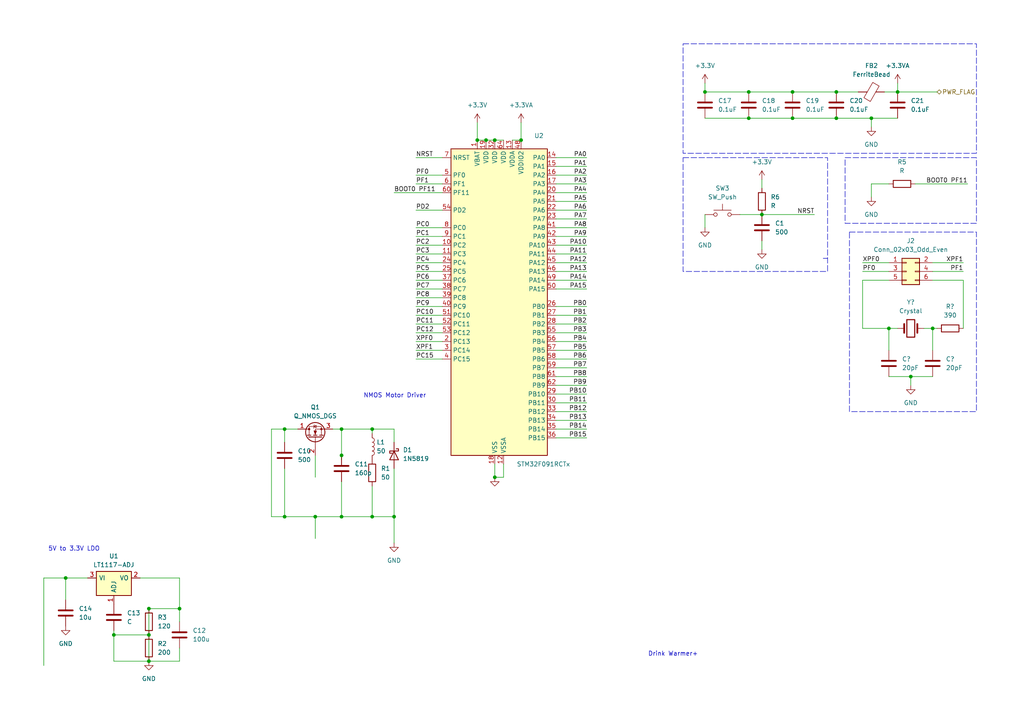
<source format=kicad_sch>
(kicad_sch (version 20230121) (generator eeschema)

  (uuid 2551367a-9b18-476a-8416-5b0fd930d26c)

  (paper "A4")

  (lib_symbols
    (symbol "Connector_Generic:Conn_02x03_Odd_Even" (pin_names (offset 1.016) hide) (in_bom yes) (on_board yes)
      (property "Reference" "J" (at 1.27 5.08 0)
        (effects (font (size 1.27 1.27)))
      )
      (property "Value" "Conn_02x03_Odd_Even" (at 1.27 -5.08 0)
        (effects (font (size 1.27 1.27)))
      )
      (property "Footprint" "" (at 0 0 0)
        (effects (font (size 1.27 1.27)) hide)
      )
      (property "Datasheet" "~" (at 0 0 0)
        (effects (font (size 1.27 1.27)) hide)
      )
      (property "ki_keywords" "connector" (at 0 0 0)
        (effects (font (size 1.27 1.27)) hide)
      )
      (property "ki_description" "Generic connector, double row, 02x03, odd/even pin numbering scheme (row 1 odd numbers, row 2 even numbers), script generated (kicad-library-utils/schlib/autogen/connector/)" (at 0 0 0)
        (effects (font (size 1.27 1.27)) hide)
      )
      (property "ki_fp_filters" "Connector*:*_2x??_*" (at 0 0 0)
        (effects (font (size 1.27 1.27)) hide)
      )
      (symbol "Conn_02x03_Odd_Even_1_1"
        (rectangle (start -1.27 -2.413) (end 0 -2.667)
          (stroke (width 0.1524) (type default))
          (fill (type none))
        )
        (rectangle (start -1.27 0.127) (end 0 -0.127)
          (stroke (width 0.1524) (type default))
          (fill (type none))
        )
        (rectangle (start -1.27 2.667) (end 0 2.413)
          (stroke (width 0.1524) (type default))
          (fill (type none))
        )
        (rectangle (start -1.27 3.81) (end 3.81 -3.81)
          (stroke (width 0.254) (type default))
          (fill (type background))
        )
        (rectangle (start 3.81 -2.413) (end 2.54 -2.667)
          (stroke (width 0.1524) (type default))
          (fill (type none))
        )
        (rectangle (start 3.81 0.127) (end 2.54 -0.127)
          (stroke (width 0.1524) (type default))
          (fill (type none))
        )
        (rectangle (start 3.81 2.667) (end 2.54 2.413)
          (stroke (width 0.1524) (type default))
          (fill (type none))
        )
        (pin passive line (at -5.08 2.54 0) (length 3.81)
          (name "Pin_1" (effects (font (size 1.27 1.27))))
          (number "1" (effects (font (size 1.27 1.27))))
        )
        (pin passive line (at 7.62 2.54 180) (length 3.81)
          (name "Pin_2" (effects (font (size 1.27 1.27))))
          (number "2" (effects (font (size 1.27 1.27))))
        )
        (pin passive line (at -5.08 0 0) (length 3.81)
          (name "Pin_3" (effects (font (size 1.27 1.27))))
          (number "3" (effects (font (size 1.27 1.27))))
        )
        (pin passive line (at 7.62 0 180) (length 3.81)
          (name "Pin_4" (effects (font (size 1.27 1.27))))
          (number "4" (effects (font (size 1.27 1.27))))
        )
        (pin passive line (at -5.08 -2.54 0) (length 3.81)
          (name "Pin_5" (effects (font (size 1.27 1.27))))
          (number "5" (effects (font (size 1.27 1.27))))
        )
        (pin passive line (at 7.62 -2.54 180) (length 3.81)
          (name "Pin_6" (effects (font (size 1.27 1.27))))
          (number "6" (effects (font (size 1.27 1.27))))
        )
      )
    )
    (symbol "Device:C" (pin_numbers hide) (pin_names (offset 0.254)) (in_bom yes) (on_board yes)
      (property "Reference" "C" (at 0.635 2.54 0)
        (effects (font (size 1.27 1.27)) (justify left))
      )
      (property "Value" "C" (at 0.635 -2.54 0)
        (effects (font (size 1.27 1.27)) (justify left))
      )
      (property "Footprint" "" (at 0.9652 -3.81 0)
        (effects (font (size 1.27 1.27)) hide)
      )
      (property "Datasheet" "~" (at 0 0 0)
        (effects (font (size 1.27 1.27)) hide)
      )
      (property "ki_keywords" "cap capacitor" (at 0 0 0)
        (effects (font (size 1.27 1.27)) hide)
      )
      (property "ki_description" "Unpolarized capacitor" (at 0 0 0)
        (effects (font (size 1.27 1.27)) hide)
      )
      (property "ki_fp_filters" "C_*" (at 0 0 0)
        (effects (font (size 1.27 1.27)) hide)
      )
      (symbol "C_0_1"
        (polyline
          (pts
            (xy -2.032 -0.762)
            (xy 2.032 -0.762)
          )
          (stroke (width 0.508) (type default))
          (fill (type none))
        )
        (polyline
          (pts
            (xy -2.032 0.762)
            (xy 2.032 0.762)
          )
          (stroke (width 0.508) (type default))
          (fill (type none))
        )
      )
      (symbol "C_1_1"
        (pin passive line (at 0 3.81 270) (length 2.794)
          (name "~" (effects (font (size 1.27 1.27))))
          (number "1" (effects (font (size 1.27 1.27))))
        )
        (pin passive line (at 0 -3.81 90) (length 2.794)
          (name "~" (effects (font (size 1.27 1.27))))
          (number "2" (effects (font (size 1.27 1.27))))
        )
      )
    )
    (symbol "Device:Crystal" (pin_numbers hide) (pin_names (offset 1.016) hide) (in_bom yes) (on_board yes)
      (property "Reference" "Y" (at 0 3.81 0)
        (effects (font (size 1.27 1.27)))
      )
      (property "Value" "Crystal" (at 0 -3.81 0)
        (effects (font (size 1.27 1.27)))
      )
      (property "Footprint" "" (at 0 0 0)
        (effects (font (size 1.27 1.27)) hide)
      )
      (property "Datasheet" "~" (at 0 0 0)
        (effects (font (size 1.27 1.27)) hide)
      )
      (property "ki_keywords" "quartz ceramic resonator oscillator" (at 0 0 0)
        (effects (font (size 1.27 1.27)) hide)
      )
      (property "ki_description" "Two pin crystal" (at 0 0 0)
        (effects (font (size 1.27 1.27)) hide)
      )
      (property "ki_fp_filters" "Crystal*" (at 0 0 0)
        (effects (font (size 1.27 1.27)) hide)
      )
      (symbol "Crystal_0_1"
        (rectangle (start -1.143 2.54) (end 1.143 -2.54)
          (stroke (width 0.3048) (type default))
          (fill (type none))
        )
        (polyline
          (pts
            (xy -2.54 0)
            (xy -1.905 0)
          )
          (stroke (width 0) (type default))
          (fill (type none))
        )
        (polyline
          (pts
            (xy -1.905 -1.27)
            (xy -1.905 1.27)
          )
          (stroke (width 0.508) (type default))
          (fill (type none))
        )
        (polyline
          (pts
            (xy 1.905 -1.27)
            (xy 1.905 1.27)
          )
          (stroke (width 0.508) (type default))
          (fill (type none))
        )
        (polyline
          (pts
            (xy 2.54 0)
            (xy 1.905 0)
          )
          (stroke (width 0) (type default))
          (fill (type none))
        )
      )
      (symbol "Crystal_1_1"
        (pin passive line (at -3.81 0 0) (length 1.27)
          (name "1" (effects (font (size 1.27 1.27))))
          (number "1" (effects (font (size 1.27 1.27))))
        )
        (pin passive line (at 3.81 0 180) (length 1.27)
          (name "2" (effects (font (size 1.27 1.27))))
          (number "2" (effects (font (size 1.27 1.27))))
        )
      )
    )
    (symbol "Device:FerriteBead" (pin_numbers hide) (pin_names (offset 0)) (in_bom yes) (on_board yes)
      (property "Reference" "FB" (at -3.81 0.635 90)
        (effects (font (size 1.27 1.27)))
      )
      (property "Value" "FerriteBead" (at 3.81 0 90)
        (effects (font (size 1.27 1.27)))
      )
      (property "Footprint" "" (at -1.778 0 90)
        (effects (font (size 1.27 1.27)) hide)
      )
      (property "Datasheet" "~" (at 0 0 0)
        (effects (font (size 1.27 1.27)) hide)
      )
      (property "ki_keywords" "L ferrite bead inductor filter" (at 0 0 0)
        (effects (font (size 1.27 1.27)) hide)
      )
      (property "ki_description" "Ferrite bead" (at 0 0 0)
        (effects (font (size 1.27 1.27)) hide)
      )
      (property "ki_fp_filters" "Inductor_* L_* *Ferrite*" (at 0 0 0)
        (effects (font (size 1.27 1.27)) hide)
      )
      (symbol "FerriteBead_0_1"
        (polyline
          (pts
            (xy 0 -1.27)
            (xy 0 -1.2192)
          )
          (stroke (width 0) (type default))
          (fill (type none))
        )
        (polyline
          (pts
            (xy 0 1.27)
            (xy 0 1.2954)
          )
          (stroke (width 0) (type default))
          (fill (type none))
        )
        (polyline
          (pts
            (xy -2.7686 0.4064)
            (xy -1.7018 2.2606)
            (xy 2.7686 -0.3048)
            (xy 1.6764 -2.159)
            (xy -2.7686 0.4064)
          )
          (stroke (width 0) (type default))
          (fill (type none))
        )
      )
      (symbol "FerriteBead_1_1"
        (pin passive line (at 0 3.81 270) (length 2.54)
          (name "~" (effects (font (size 1.27 1.27))))
          (number "1" (effects (font (size 1.27 1.27))))
        )
        (pin passive line (at 0 -3.81 90) (length 2.54)
          (name "~" (effects (font (size 1.27 1.27))))
          (number "2" (effects (font (size 1.27 1.27))))
        )
      )
    )
    (symbol "Device:L" (pin_numbers hide) (pin_names (offset 1.016) hide) (in_bom yes) (on_board yes)
      (property "Reference" "L" (at -1.27 0 90)
        (effects (font (size 1.27 1.27)))
      )
      (property "Value" "L" (at 1.905 0 90)
        (effects (font (size 1.27 1.27)))
      )
      (property "Footprint" "" (at 0 0 0)
        (effects (font (size 1.27 1.27)) hide)
      )
      (property "Datasheet" "~" (at 0 0 0)
        (effects (font (size 1.27 1.27)) hide)
      )
      (property "ki_keywords" "inductor choke coil reactor magnetic" (at 0 0 0)
        (effects (font (size 1.27 1.27)) hide)
      )
      (property "ki_description" "Inductor" (at 0 0 0)
        (effects (font (size 1.27 1.27)) hide)
      )
      (property "ki_fp_filters" "Choke_* *Coil* Inductor_* L_*" (at 0 0 0)
        (effects (font (size 1.27 1.27)) hide)
      )
      (symbol "L_0_1"
        (arc (start 0 -2.54) (mid 0.6323 -1.905) (end 0 -1.27)
          (stroke (width 0) (type default))
          (fill (type none))
        )
        (arc (start 0 -1.27) (mid 0.6323 -0.635) (end 0 0)
          (stroke (width 0) (type default))
          (fill (type none))
        )
        (arc (start 0 0) (mid 0.6323 0.635) (end 0 1.27)
          (stroke (width 0) (type default))
          (fill (type none))
        )
        (arc (start 0 1.27) (mid 0.6323 1.905) (end 0 2.54)
          (stroke (width 0) (type default))
          (fill (type none))
        )
      )
      (symbol "L_1_1"
        (pin passive line (at 0 3.81 270) (length 1.27)
          (name "1" (effects (font (size 1.27 1.27))))
          (number "1" (effects (font (size 1.27 1.27))))
        )
        (pin passive line (at 0 -3.81 90) (length 1.27)
          (name "2" (effects (font (size 1.27 1.27))))
          (number "2" (effects (font (size 1.27 1.27))))
        )
      )
    )
    (symbol "Device:Q_NMOS_DGS" (pin_names (offset 0) hide) (in_bom yes) (on_board yes)
      (property "Reference" "Q" (at 5.08 1.27 0)
        (effects (font (size 1.27 1.27)) (justify left))
      )
      (property "Value" "Q_NMOS_DGS" (at 5.08 -1.27 0)
        (effects (font (size 1.27 1.27)) (justify left))
      )
      (property "Footprint" "" (at 5.08 2.54 0)
        (effects (font (size 1.27 1.27)) hide)
      )
      (property "Datasheet" "~" (at 0 0 0)
        (effects (font (size 1.27 1.27)) hide)
      )
      (property "ki_keywords" "transistor NMOS N-MOS N-MOSFET" (at 0 0 0)
        (effects (font (size 1.27 1.27)) hide)
      )
      (property "ki_description" "N-MOSFET transistor, drain/gate/source" (at 0 0 0)
        (effects (font (size 1.27 1.27)) hide)
      )
      (symbol "Q_NMOS_DGS_0_1"
        (polyline
          (pts
            (xy 0.254 0)
            (xy -2.54 0)
          )
          (stroke (width 0) (type default))
          (fill (type none))
        )
        (polyline
          (pts
            (xy 0.254 1.905)
            (xy 0.254 -1.905)
          )
          (stroke (width 0.254) (type default))
          (fill (type none))
        )
        (polyline
          (pts
            (xy 0.762 -1.27)
            (xy 0.762 -2.286)
          )
          (stroke (width 0.254) (type default))
          (fill (type none))
        )
        (polyline
          (pts
            (xy 0.762 0.508)
            (xy 0.762 -0.508)
          )
          (stroke (width 0.254) (type default))
          (fill (type none))
        )
        (polyline
          (pts
            (xy 0.762 2.286)
            (xy 0.762 1.27)
          )
          (stroke (width 0.254) (type default))
          (fill (type none))
        )
        (polyline
          (pts
            (xy 2.54 2.54)
            (xy 2.54 1.778)
          )
          (stroke (width 0) (type default))
          (fill (type none))
        )
        (polyline
          (pts
            (xy 2.54 -2.54)
            (xy 2.54 0)
            (xy 0.762 0)
          )
          (stroke (width 0) (type default))
          (fill (type none))
        )
        (polyline
          (pts
            (xy 0.762 -1.778)
            (xy 3.302 -1.778)
            (xy 3.302 1.778)
            (xy 0.762 1.778)
          )
          (stroke (width 0) (type default))
          (fill (type none))
        )
        (polyline
          (pts
            (xy 1.016 0)
            (xy 2.032 0.381)
            (xy 2.032 -0.381)
            (xy 1.016 0)
          )
          (stroke (width 0) (type default))
          (fill (type outline))
        )
        (polyline
          (pts
            (xy 2.794 0.508)
            (xy 2.921 0.381)
            (xy 3.683 0.381)
            (xy 3.81 0.254)
          )
          (stroke (width 0) (type default))
          (fill (type none))
        )
        (polyline
          (pts
            (xy 3.302 0.381)
            (xy 2.921 -0.254)
            (xy 3.683 -0.254)
            (xy 3.302 0.381)
          )
          (stroke (width 0) (type default))
          (fill (type none))
        )
        (circle (center 1.651 0) (radius 2.794)
          (stroke (width 0.254) (type default))
          (fill (type none))
        )
        (circle (center 2.54 -1.778) (radius 0.254)
          (stroke (width 0) (type default))
          (fill (type outline))
        )
        (circle (center 2.54 1.778) (radius 0.254)
          (stroke (width 0) (type default))
          (fill (type outline))
        )
      )
      (symbol "Q_NMOS_DGS_1_1"
        (pin passive line (at 2.54 5.08 270) (length 2.54)
          (name "D" (effects (font (size 1.27 1.27))))
          (number "1" (effects (font (size 1.27 1.27))))
        )
        (pin input line (at -5.08 0 0) (length 2.54)
          (name "G" (effects (font (size 1.27 1.27))))
          (number "2" (effects (font (size 1.27 1.27))))
        )
        (pin passive line (at 2.54 -5.08 90) (length 2.54)
          (name "S" (effects (font (size 1.27 1.27))))
          (number "3" (effects (font (size 1.27 1.27))))
        )
      )
    )
    (symbol "Device:R" (pin_numbers hide) (pin_names (offset 0)) (in_bom yes) (on_board yes)
      (property "Reference" "R" (at 2.032 0 90)
        (effects (font (size 1.27 1.27)))
      )
      (property "Value" "R" (at 0 0 90)
        (effects (font (size 1.27 1.27)))
      )
      (property "Footprint" "" (at -1.778 0 90)
        (effects (font (size 1.27 1.27)) hide)
      )
      (property "Datasheet" "~" (at 0 0 0)
        (effects (font (size 1.27 1.27)) hide)
      )
      (property "ki_keywords" "R res resistor" (at 0 0 0)
        (effects (font (size 1.27 1.27)) hide)
      )
      (property "ki_description" "Resistor" (at 0 0 0)
        (effects (font (size 1.27 1.27)) hide)
      )
      (property "ki_fp_filters" "R_*" (at 0 0 0)
        (effects (font (size 1.27 1.27)) hide)
      )
      (symbol "R_0_1"
        (rectangle (start -1.016 -2.54) (end 1.016 2.54)
          (stroke (width 0.254) (type default))
          (fill (type none))
        )
      )
      (symbol "R_1_1"
        (pin passive line (at 0 3.81 270) (length 1.27)
          (name "~" (effects (font (size 1.27 1.27))))
          (number "1" (effects (font (size 1.27 1.27))))
        )
        (pin passive line (at 0 -3.81 90) (length 1.27)
          (name "~" (effects (font (size 1.27 1.27))))
          (number "2" (effects (font (size 1.27 1.27))))
        )
      )
    )
    (symbol "Diode:1N5819" (pin_numbers hide) (pin_names (offset 1.016) hide) (in_bom yes) (on_board yes)
      (property "Reference" "D" (at 0 2.54 0)
        (effects (font (size 1.27 1.27)))
      )
      (property "Value" "1N5819" (at 0 -2.54 0)
        (effects (font (size 1.27 1.27)))
      )
      (property "Footprint" "Diode_THT:D_DO-41_SOD81_P10.16mm_Horizontal" (at 0 -4.445 0)
        (effects (font (size 1.27 1.27)) hide)
      )
      (property "Datasheet" "http://www.vishay.com/docs/88525/1n5817.pdf" (at 0 0 0)
        (effects (font (size 1.27 1.27)) hide)
      )
      (property "ki_keywords" "diode Schottky" (at 0 0 0)
        (effects (font (size 1.27 1.27)) hide)
      )
      (property "ki_description" "40V 1A Schottky Barrier Rectifier Diode, DO-41" (at 0 0 0)
        (effects (font (size 1.27 1.27)) hide)
      )
      (property "ki_fp_filters" "D*DO?41*" (at 0 0 0)
        (effects (font (size 1.27 1.27)) hide)
      )
      (symbol "1N5819_0_1"
        (polyline
          (pts
            (xy 1.27 0)
            (xy -1.27 0)
          )
          (stroke (width 0) (type default))
          (fill (type none))
        )
        (polyline
          (pts
            (xy 1.27 1.27)
            (xy 1.27 -1.27)
            (xy -1.27 0)
            (xy 1.27 1.27)
          )
          (stroke (width 0.254) (type default))
          (fill (type none))
        )
        (polyline
          (pts
            (xy -1.905 0.635)
            (xy -1.905 1.27)
            (xy -1.27 1.27)
            (xy -1.27 -1.27)
            (xy -0.635 -1.27)
            (xy -0.635 -0.635)
          )
          (stroke (width 0.254) (type default))
          (fill (type none))
        )
      )
      (symbol "1N5819_1_1"
        (pin passive line (at -3.81 0 0) (length 2.54)
          (name "K" (effects (font (size 1.27 1.27))))
          (number "1" (effects (font (size 1.27 1.27))))
        )
        (pin passive line (at 3.81 0 180) (length 2.54)
          (name "A" (effects (font (size 1.27 1.27))))
          (number "2" (effects (font (size 1.27 1.27))))
        )
      )
    )
    (symbol "MCU_ST_STM32F0:STM32F091RCTx" (in_bom yes) (on_board yes)
      (property "Reference" "U" (at -12.7 46.99 0)
        (effects (font (size 1.27 1.27)) (justify left))
      )
      (property "Value" "STM32F091RCTx" (at 10.16 46.99 0)
        (effects (font (size 1.27 1.27)) (justify left))
      )
      (property "Footprint" "Package_QFP:LQFP-64_10x10mm_P0.5mm" (at -12.7 -43.18 0)
        (effects (font (size 1.27 1.27)) (justify right) hide)
      )
      (property "Datasheet" "https://www.st.com/resource/en/datasheet/stm32f091rc.pdf" (at 0 0 0)
        (effects (font (size 1.27 1.27)) hide)
      )
      (property "ki_locked" "" (at 0 0 0)
        (effects (font (size 1.27 1.27)))
      )
      (property "ki_keywords" "Arm Cortex-M0 STM32F0 STM32F0x1" (at 0 0 0)
        (effects (font (size 1.27 1.27)) hide)
      )
      (property "ki_description" "STMicroelectronics Arm Cortex-M0 MCU, 256KB flash, 32KB RAM, 48 MHz, 2.0-3.6V, 52 GPIO, LQFP64" (at 0 0 0)
        (effects (font (size 1.27 1.27)) hide)
      )
      (property "ki_fp_filters" "LQFP*10x10mm*P0.5mm*" (at 0 0 0)
        (effects (font (size 1.27 1.27)) hide)
      )
      (symbol "STM32F091RCTx_0_1"
        (rectangle (start -12.7 -43.18) (end 15.24 45.72)
          (stroke (width 0.254) (type default))
          (fill (type background))
        )
      )
      (symbol "STM32F091RCTx_1_1"
        (pin power_in line (at -5.08 48.26 270) (length 2.54)
          (name "VBAT" (effects (font (size 1.27 1.27))))
          (number "1" (effects (font (size 1.27 1.27))))
        )
        (pin bidirectional line (at -15.24 17.78 0) (length 2.54)
          (name "PC2" (effects (font (size 1.27 1.27))))
          (number "10" (effects (font (size 1.27 1.27))))
          (alternate "ADC_IN12" bidirectional line)
          (alternate "I2S2_MCK" bidirectional line)
          (alternate "SPI2_MISO" bidirectional line)
          (alternate "USART8_TX" bidirectional line)
        )
        (pin bidirectional line (at -15.24 15.24 0) (length 2.54)
          (name "PC3" (effects (font (size 1.27 1.27))))
          (number "11" (effects (font (size 1.27 1.27))))
          (alternate "ADC_IN13" bidirectional line)
          (alternate "I2S2_SD" bidirectional line)
          (alternate "SPI2_MOSI" bidirectional line)
          (alternate "USART8_RX" bidirectional line)
        )
        (pin power_in line (at 2.54 -45.72 90) (length 2.54)
          (name "VSSA" (effects (font (size 1.27 1.27))))
          (number "12" (effects (font (size 1.27 1.27))))
        )
        (pin power_in line (at 5.08 48.26 270) (length 2.54)
          (name "VDDA" (effects (font (size 1.27 1.27))))
          (number "13" (effects (font (size 1.27 1.27))))
        )
        (pin bidirectional line (at 17.78 43.18 180) (length 2.54)
          (name "PA0" (effects (font (size 1.27 1.27))))
          (number "14" (effects (font (size 1.27 1.27))))
          (alternate "ADC_IN0" bidirectional line)
          (alternate "COMP1_INM" bidirectional line)
          (alternate "COMP1_OUT" bidirectional line)
          (alternate "RTC_TAMP2" bidirectional line)
          (alternate "SYS_WKUP1" bidirectional line)
          (alternate "TIM2_CH1" bidirectional line)
          (alternate "TIM2_ETR" bidirectional line)
          (alternate "TSC_G1_IO1" bidirectional line)
          (alternate "USART2_CTS" bidirectional line)
          (alternate "USART4_TX" bidirectional line)
        )
        (pin bidirectional line (at 17.78 40.64 180) (length 2.54)
          (name "PA1" (effects (font (size 1.27 1.27))))
          (number "15" (effects (font (size 1.27 1.27))))
          (alternate "ADC_IN1" bidirectional line)
          (alternate "COMP1_INP" bidirectional line)
          (alternate "TIM15_CH1N" bidirectional line)
          (alternate "TIM2_CH2" bidirectional line)
          (alternate "TSC_G1_IO2" bidirectional line)
          (alternate "USART2_DE" bidirectional line)
          (alternate "USART2_RTS" bidirectional line)
          (alternate "USART4_RX" bidirectional line)
        )
        (pin bidirectional line (at 17.78 38.1 180) (length 2.54)
          (name "PA2" (effects (font (size 1.27 1.27))))
          (number "16" (effects (font (size 1.27 1.27))))
          (alternate "ADC_IN2" bidirectional line)
          (alternate "COMP2_INM" bidirectional line)
          (alternate "COMP2_OUT" bidirectional line)
          (alternate "SYS_WKUP4" bidirectional line)
          (alternate "TIM15_CH1" bidirectional line)
          (alternate "TIM2_CH3" bidirectional line)
          (alternate "TSC_G1_IO3" bidirectional line)
          (alternate "USART2_TX" bidirectional line)
        )
        (pin bidirectional line (at 17.78 35.56 180) (length 2.54)
          (name "PA3" (effects (font (size 1.27 1.27))))
          (number "17" (effects (font (size 1.27 1.27))))
          (alternate "ADC_IN3" bidirectional line)
          (alternate "COMP2_INP" bidirectional line)
          (alternate "TIM15_CH2" bidirectional line)
          (alternate "TIM2_CH4" bidirectional line)
          (alternate "TSC_G1_IO4" bidirectional line)
          (alternate "USART2_RX" bidirectional line)
        )
        (pin power_in line (at 0 -45.72 90) (length 2.54)
          (name "VSS" (effects (font (size 1.27 1.27))))
          (number "18" (effects (font (size 1.27 1.27))))
        )
        (pin power_in line (at -2.54 48.26 270) (length 2.54)
          (name "VDD" (effects (font (size 1.27 1.27))))
          (number "19" (effects (font (size 1.27 1.27))))
        )
        (pin bidirectional line (at -15.24 -10.16 0) (length 2.54)
          (name "PC13" (effects (font (size 1.27 1.27))))
          (number "2" (effects (font (size 1.27 1.27))))
          (alternate "RTC_OUT_ALARM" bidirectional line)
          (alternate "RTC_OUT_CALIB" bidirectional line)
          (alternate "RTC_TAMP1" bidirectional line)
          (alternate "RTC_TS" bidirectional line)
          (alternate "SYS_WKUP2" bidirectional line)
        )
        (pin bidirectional line (at 17.78 33.02 180) (length 2.54)
          (name "PA4" (effects (font (size 1.27 1.27))))
          (number "20" (effects (font (size 1.27 1.27))))
          (alternate "ADC_IN4" bidirectional line)
          (alternate "COMP1_INM" bidirectional line)
          (alternate "COMP2_INM" bidirectional line)
          (alternate "DAC_OUT1" bidirectional line)
          (alternate "I2S1_WS" bidirectional line)
          (alternate "SPI1_NSS" bidirectional line)
          (alternate "TIM14_CH1" bidirectional line)
          (alternate "TSC_G2_IO1" bidirectional line)
          (alternate "USART2_CK" bidirectional line)
          (alternate "USART6_TX" bidirectional line)
        )
        (pin bidirectional line (at 17.78 30.48 180) (length 2.54)
          (name "PA5" (effects (font (size 1.27 1.27))))
          (number "21" (effects (font (size 1.27 1.27))))
          (alternate "ADC_IN5" bidirectional line)
          (alternate "CEC" bidirectional line)
          (alternate "COMP1_INM" bidirectional line)
          (alternate "COMP2_INM" bidirectional line)
          (alternate "DAC_OUT2" bidirectional line)
          (alternate "I2S1_CK" bidirectional line)
          (alternate "SPI1_SCK" bidirectional line)
          (alternate "TIM2_CH1" bidirectional line)
          (alternate "TIM2_ETR" bidirectional line)
          (alternate "TSC_G2_IO2" bidirectional line)
          (alternate "USART6_RX" bidirectional line)
        )
        (pin bidirectional line (at 17.78 27.94 180) (length 2.54)
          (name "PA6" (effects (font (size 1.27 1.27))))
          (number "22" (effects (font (size 1.27 1.27))))
          (alternate "ADC_IN6" bidirectional line)
          (alternate "COMP1_OUT" bidirectional line)
          (alternate "I2S1_MCK" bidirectional line)
          (alternate "SPI1_MISO" bidirectional line)
          (alternate "TIM16_CH1" bidirectional line)
          (alternate "TIM1_BKIN" bidirectional line)
          (alternate "TIM3_CH1" bidirectional line)
          (alternate "TSC_G2_IO3" bidirectional line)
          (alternate "USART3_CTS" bidirectional line)
        )
        (pin bidirectional line (at 17.78 25.4 180) (length 2.54)
          (name "PA7" (effects (font (size 1.27 1.27))))
          (number "23" (effects (font (size 1.27 1.27))))
          (alternate "ADC_IN7" bidirectional line)
          (alternate "COMP2_OUT" bidirectional line)
          (alternate "I2S1_SD" bidirectional line)
          (alternate "SPI1_MOSI" bidirectional line)
          (alternate "TIM14_CH1" bidirectional line)
          (alternate "TIM17_CH1" bidirectional line)
          (alternate "TIM1_CH1N" bidirectional line)
          (alternate "TIM3_CH2" bidirectional line)
          (alternate "TSC_G2_IO4" bidirectional line)
        )
        (pin bidirectional line (at -15.24 12.7 0) (length 2.54)
          (name "PC4" (effects (font (size 1.27 1.27))))
          (number "24" (effects (font (size 1.27 1.27))))
          (alternate "ADC_IN14" bidirectional line)
          (alternate "USART3_TX" bidirectional line)
        )
        (pin bidirectional line (at -15.24 10.16 0) (length 2.54)
          (name "PC5" (effects (font (size 1.27 1.27))))
          (number "25" (effects (font (size 1.27 1.27))))
          (alternate "ADC_IN15" bidirectional line)
          (alternate "SYS_WKUP5" bidirectional line)
          (alternate "TSC_G3_IO1" bidirectional line)
          (alternate "USART3_RX" bidirectional line)
        )
        (pin bidirectional line (at 17.78 0 180) (length 2.54)
          (name "PB0" (effects (font (size 1.27 1.27))))
          (number "26" (effects (font (size 1.27 1.27))))
          (alternate "ADC_IN8" bidirectional line)
          (alternate "TIM1_CH2N" bidirectional line)
          (alternate "TIM3_CH3" bidirectional line)
          (alternate "TSC_G3_IO2" bidirectional line)
          (alternate "USART3_CK" bidirectional line)
        )
        (pin bidirectional line (at 17.78 -2.54 180) (length 2.54)
          (name "PB1" (effects (font (size 1.27 1.27))))
          (number "27" (effects (font (size 1.27 1.27))))
          (alternate "ADC_IN9" bidirectional line)
          (alternate "TIM14_CH1" bidirectional line)
          (alternate "TIM1_CH3N" bidirectional line)
          (alternate "TIM3_CH4" bidirectional line)
          (alternate "TSC_G3_IO3" bidirectional line)
          (alternate "USART3_DE" bidirectional line)
          (alternate "USART3_RTS" bidirectional line)
        )
        (pin bidirectional line (at 17.78 -5.08 180) (length 2.54)
          (name "PB2" (effects (font (size 1.27 1.27))))
          (number "28" (effects (font (size 1.27 1.27))))
          (alternate "TSC_G3_IO4" bidirectional line)
        )
        (pin bidirectional line (at 17.78 -25.4 180) (length 2.54)
          (name "PB10" (effects (font (size 1.27 1.27))))
          (number "29" (effects (font (size 1.27 1.27))))
          (alternate "CEC" bidirectional line)
          (alternate "I2C2_SCL" bidirectional line)
          (alternate "I2S2_CK" bidirectional line)
          (alternate "SPI2_SCK" bidirectional line)
          (alternate "TIM2_CH3" bidirectional line)
          (alternate "TSC_SYNC" bidirectional line)
          (alternate "USART3_TX" bidirectional line)
        )
        (pin bidirectional line (at -15.24 -12.7 0) (length 2.54)
          (name "PC14" (effects (font (size 1.27 1.27))))
          (number "3" (effects (font (size 1.27 1.27))))
          (alternate "RCC_OSC32_IN" bidirectional line)
        )
        (pin bidirectional line (at 17.78 -27.94 180) (length 2.54)
          (name "PB11" (effects (font (size 1.27 1.27))))
          (number "30" (effects (font (size 1.27 1.27))))
          (alternate "I2C2_SDA" bidirectional line)
          (alternate "TIM2_CH4" bidirectional line)
          (alternate "TSC_G6_IO1" bidirectional line)
          (alternate "USART3_RX" bidirectional line)
        )
        (pin passive line (at 0 -45.72 90) (length 2.54) hide
          (name "VSS" (effects (font (size 1.27 1.27))))
          (number "31" (effects (font (size 1.27 1.27))))
        )
        (pin power_in line (at 0 48.26 270) (length 2.54)
          (name "VDD" (effects (font (size 1.27 1.27))))
          (number "32" (effects (font (size 1.27 1.27))))
        )
        (pin bidirectional line (at 17.78 -30.48 180) (length 2.54)
          (name "PB12" (effects (font (size 1.27 1.27))))
          (number "33" (effects (font (size 1.27 1.27))))
          (alternate "I2S2_WS" bidirectional line)
          (alternate "SPI2_NSS" bidirectional line)
          (alternate "TIM15_BKIN" bidirectional line)
          (alternate "TIM1_BKIN" bidirectional line)
          (alternate "TSC_G6_IO2" bidirectional line)
          (alternate "USART3_CK" bidirectional line)
        )
        (pin bidirectional line (at 17.78 -33.02 180) (length 2.54)
          (name "PB13" (effects (font (size 1.27 1.27))))
          (number "34" (effects (font (size 1.27 1.27))))
          (alternate "I2C2_SCL" bidirectional line)
          (alternate "I2S2_CK" bidirectional line)
          (alternate "SPI2_SCK" bidirectional line)
          (alternate "TIM1_CH1N" bidirectional line)
          (alternate "TSC_G6_IO3" bidirectional line)
          (alternate "USART3_CTS" bidirectional line)
        )
        (pin bidirectional line (at 17.78 -35.56 180) (length 2.54)
          (name "PB14" (effects (font (size 1.27 1.27))))
          (number "35" (effects (font (size 1.27 1.27))))
          (alternate "I2C2_SDA" bidirectional line)
          (alternate "I2S2_MCK" bidirectional line)
          (alternate "SPI2_MISO" bidirectional line)
          (alternate "TIM15_CH1" bidirectional line)
          (alternate "TIM1_CH2N" bidirectional line)
          (alternate "TSC_G6_IO4" bidirectional line)
          (alternate "USART3_DE" bidirectional line)
          (alternate "USART3_RTS" bidirectional line)
        )
        (pin bidirectional line (at 17.78 -38.1 180) (length 2.54)
          (name "PB15" (effects (font (size 1.27 1.27))))
          (number "36" (effects (font (size 1.27 1.27))))
          (alternate "I2S2_SD" bidirectional line)
          (alternate "RTC_REFIN" bidirectional line)
          (alternate "SPI2_MOSI" bidirectional line)
          (alternate "SYS_WKUP7" bidirectional line)
          (alternate "TIM15_CH1N" bidirectional line)
          (alternate "TIM15_CH2" bidirectional line)
          (alternate "TIM1_CH3N" bidirectional line)
        )
        (pin bidirectional line (at -15.24 7.62 0) (length 2.54)
          (name "PC6" (effects (font (size 1.27 1.27))))
          (number "37" (effects (font (size 1.27 1.27))))
          (alternate "TIM3_CH1" bidirectional line)
          (alternate "USART7_TX" bidirectional line)
        )
        (pin bidirectional line (at -15.24 5.08 0) (length 2.54)
          (name "PC7" (effects (font (size 1.27 1.27))))
          (number "38" (effects (font (size 1.27 1.27))))
          (alternate "TIM3_CH2" bidirectional line)
          (alternate "USART7_RX" bidirectional line)
        )
        (pin bidirectional line (at -15.24 2.54 0) (length 2.54)
          (name "PC8" (effects (font (size 1.27 1.27))))
          (number "39" (effects (font (size 1.27 1.27))))
          (alternate "TIM3_CH3" bidirectional line)
          (alternate "USART8_TX" bidirectional line)
        )
        (pin bidirectional line (at -15.24 -15.24 0) (length 2.54)
          (name "PC15" (effects (font (size 1.27 1.27))))
          (number "4" (effects (font (size 1.27 1.27))))
          (alternate "RCC_OSC32_OUT" bidirectional line)
        )
        (pin bidirectional line (at -15.24 0 0) (length 2.54)
          (name "PC9" (effects (font (size 1.27 1.27))))
          (number "40" (effects (font (size 1.27 1.27))))
          (alternate "DAC_EXTI9" bidirectional line)
          (alternate "TIM3_CH4" bidirectional line)
          (alternate "USART8_RX" bidirectional line)
        )
        (pin bidirectional line (at 17.78 22.86 180) (length 2.54)
          (name "PA8" (effects (font (size 1.27 1.27))))
          (number "41" (effects (font (size 1.27 1.27))))
          (alternate "CRS_SYNC" bidirectional line)
          (alternate "RCC_MCO" bidirectional line)
          (alternate "TIM1_CH1" bidirectional line)
          (alternate "USART1_CK" bidirectional line)
        )
        (pin bidirectional line (at 17.78 20.32 180) (length 2.54)
          (name "PA9" (effects (font (size 1.27 1.27))))
          (number "42" (effects (font (size 1.27 1.27))))
          (alternate "DAC_EXTI9" bidirectional line)
          (alternate "I2C1_SCL" bidirectional line)
          (alternate "RCC_MCO" bidirectional line)
          (alternate "TIM15_BKIN" bidirectional line)
          (alternate "TIM1_CH2" bidirectional line)
          (alternate "TSC_G4_IO1" bidirectional line)
          (alternate "USART1_TX" bidirectional line)
        )
        (pin bidirectional line (at 17.78 17.78 180) (length 2.54)
          (name "PA10" (effects (font (size 1.27 1.27))))
          (number "43" (effects (font (size 1.27 1.27))))
          (alternate "I2C1_SDA" bidirectional line)
          (alternate "TIM17_BKIN" bidirectional line)
          (alternate "TIM1_CH3" bidirectional line)
          (alternate "TSC_G4_IO2" bidirectional line)
          (alternate "USART1_RX" bidirectional line)
        )
        (pin bidirectional line (at 17.78 15.24 180) (length 2.54)
          (name "PA11" (effects (font (size 1.27 1.27))))
          (number "44" (effects (font (size 1.27 1.27))))
          (alternate "CAN_RX" bidirectional line)
          (alternate "COMP1_OUT" bidirectional line)
          (alternate "I2C2_SCL" bidirectional line)
          (alternate "TIM1_CH4" bidirectional line)
          (alternate "TSC_G4_IO3" bidirectional line)
          (alternate "USART1_CTS" bidirectional line)
        )
        (pin bidirectional line (at 17.78 12.7 180) (length 2.54)
          (name "PA12" (effects (font (size 1.27 1.27))))
          (number "45" (effects (font (size 1.27 1.27))))
          (alternate "CAN_TX" bidirectional line)
          (alternate "COMP2_OUT" bidirectional line)
          (alternate "I2C2_SDA" bidirectional line)
          (alternate "TIM1_ETR" bidirectional line)
          (alternate "TSC_G4_IO4" bidirectional line)
          (alternate "USART1_DE" bidirectional line)
          (alternate "USART1_RTS" bidirectional line)
        )
        (pin bidirectional line (at 17.78 10.16 180) (length 2.54)
          (name "PA13" (effects (font (size 1.27 1.27))))
          (number "46" (effects (font (size 1.27 1.27))))
          (alternate "IR_OUT" bidirectional line)
          (alternate "SYS_SWDIO" bidirectional line)
        )
        (pin passive line (at 0 -45.72 90) (length 2.54) hide
          (name "VSS" (effects (font (size 1.27 1.27))))
          (number "47" (effects (font (size 1.27 1.27))))
        )
        (pin power_in line (at 7.62 48.26 270) (length 2.54)
          (name "VDDIO2" (effects (font (size 1.27 1.27))))
          (number "48" (effects (font (size 1.27 1.27))))
        )
        (pin bidirectional line (at 17.78 7.62 180) (length 2.54)
          (name "PA14" (effects (font (size 1.27 1.27))))
          (number "49" (effects (font (size 1.27 1.27))))
          (alternate "SYS_SWCLK" bidirectional line)
          (alternate "USART2_TX" bidirectional line)
        )
        (pin bidirectional line (at -15.24 38.1 0) (length 2.54)
          (name "PF0" (effects (font (size 1.27 1.27))))
          (number "5" (effects (font (size 1.27 1.27))))
          (alternate "CRS_SYNC" bidirectional line)
          (alternate "I2C1_SDA" bidirectional line)
          (alternate "RCC_OSC_IN" bidirectional line)
        )
        (pin bidirectional line (at 17.78 5.08 180) (length 2.54)
          (name "PA15" (effects (font (size 1.27 1.27))))
          (number "50" (effects (font (size 1.27 1.27))))
          (alternate "I2S1_WS" bidirectional line)
          (alternate "SPI1_NSS" bidirectional line)
          (alternate "TIM2_CH1" bidirectional line)
          (alternate "TIM2_ETR" bidirectional line)
          (alternate "USART2_RX" bidirectional line)
          (alternate "USART4_DE" bidirectional line)
          (alternate "USART4_RTS" bidirectional line)
        )
        (pin bidirectional line (at -15.24 -2.54 0) (length 2.54)
          (name "PC10" (effects (font (size 1.27 1.27))))
          (number "51" (effects (font (size 1.27 1.27))))
          (alternate "USART3_TX" bidirectional line)
          (alternate "USART4_TX" bidirectional line)
        )
        (pin bidirectional line (at -15.24 -5.08 0) (length 2.54)
          (name "PC11" (effects (font (size 1.27 1.27))))
          (number "52" (effects (font (size 1.27 1.27))))
          (alternate "USART3_RX" bidirectional line)
          (alternate "USART4_RX" bidirectional line)
        )
        (pin bidirectional line (at -15.24 -7.62 0) (length 2.54)
          (name "PC12" (effects (font (size 1.27 1.27))))
          (number "53" (effects (font (size 1.27 1.27))))
          (alternate "USART3_CK" bidirectional line)
          (alternate "USART4_CK" bidirectional line)
          (alternate "USART5_TX" bidirectional line)
        )
        (pin bidirectional line (at -15.24 27.94 0) (length 2.54)
          (name "PD2" (effects (font (size 1.27 1.27))))
          (number "54" (effects (font (size 1.27 1.27))))
          (alternate "TIM3_ETR" bidirectional line)
          (alternate "USART3_DE" bidirectional line)
          (alternate "USART3_RTS" bidirectional line)
          (alternate "USART5_RX" bidirectional line)
        )
        (pin bidirectional line (at 17.78 -7.62 180) (length 2.54)
          (name "PB3" (effects (font (size 1.27 1.27))))
          (number "55" (effects (font (size 1.27 1.27))))
          (alternate "I2S1_CK" bidirectional line)
          (alternate "SPI1_SCK" bidirectional line)
          (alternate "TIM2_CH2" bidirectional line)
          (alternate "TSC_G5_IO1" bidirectional line)
          (alternate "USART5_TX" bidirectional line)
        )
        (pin bidirectional line (at 17.78 -10.16 180) (length 2.54)
          (name "PB4" (effects (font (size 1.27 1.27))))
          (number "56" (effects (font (size 1.27 1.27))))
          (alternate "I2S1_MCK" bidirectional line)
          (alternate "SPI1_MISO" bidirectional line)
          (alternate "TIM17_BKIN" bidirectional line)
          (alternate "TIM3_CH1" bidirectional line)
          (alternate "TSC_G5_IO2" bidirectional line)
          (alternate "USART5_RX" bidirectional line)
        )
        (pin bidirectional line (at 17.78 -12.7 180) (length 2.54)
          (name "PB5" (effects (font (size 1.27 1.27))))
          (number "57" (effects (font (size 1.27 1.27))))
          (alternate "I2C1_SMBA" bidirectional line)
          (alternate "I2S1_SD" bidirectional line)
          (alternate "SPI1_MOSI" bidirectional line)
          (alternate "SYS_WKUP6" bidirectional line)
          (alternate "TIM16_BKIN" bidirectional line)
          (alternate "TIM3_CH2" bidirectional line)
          (alternate "USART5_CK" bidirectional line)
          (alternate "USART5_DE" bidirectional line)
          (alternate "USART5_RTS" bidirectional line)
        )
        (pin bidirectional line (at 17.78 -15.24 180) (length 2.54)
          (name "PB6" (effects (font (size 1.27 1.27))))
          (number "58" (effects (font (size 1.27 1.27))))
          (alternate "I2C1_SCL" bidirectional line)
          (alternate "TIM16_CH1N" bidirectional line)
          (alternate "TSC_G5_IO3" bidirectional line)
          (alternate "USART1_TX" bidirectional line)
        )
        (pin bidirectional line (at 17.78 -17.78 180) (length 2.54)
          (name "PB7" (effects (font (size 1.27 1.27))))
          (number "59" (effects (font (size 1.27 1.27))))
          (alternate "I2C1_SDA" bidirectional line)
          (alternate "TIM17_CH1N" bidirectional line)
          (alternate "TSC_G5_IO4" bidirectional line)
          (alternate "USART1_RX" bidirectional line)
          (alternate "USART4_CTS" bidirectional line)
        )
        (pin bidirectional line (at -15.24 35.56 0) (length 2.54)
          (name "PF1" (effects (font (size 1.27 1.27))))
          (number "6" (effects (font (size 1.27 1.27))))
          (alternate "I2C1_SCL" bidirectional line)
          (alternate "RCC_OSC_OUT" bidirectional line)
        )
        (pin bidirectional line (at -15.24 33.02 0) (length 2.54)
          (name "PF11" (effects (font (size 1.27 1.27))))
          (number "60" (effects (font (size 1.27 1.27))))
        )
        (pin bidirectional line (at 17.78 -20.32 180) (length 2.54)
          (name "PB8" (effects (font (size 1.27 1.27))))
          (number "61" (effects (font (size 1.27 1.27))))
          (alternate "CAN_RX" bidirectional line)
          (alternate "CEC" bidirectional line)
          (alternate "I2C1_SCL" bidirectional line)
          (alternate "TIM16_CH1" bidirectional line)
          (alternate "TSC_SYNC" bidirectional line)
        )
        (pin bidirectional line (at 17.78 -22.86 180) (length 2.54)
          (name "PB9" (effects (font (size 1.27 1.27))))
          (number "62" (effects (font (size 1.27 1.27))))
          (alternate "CAN_TX" bidirectional line)
          (alternate "DAC_EXTI9" bidirectional line)
          (alternate "I2C1_SDA" bidirectional line)
          (alternate "I2S2_WS" bidirectional line)
          (alternate "IR_OUT" bidirectional line)
          (alternate "SPI2_NSS" bidirectional line)
          (alternate "TIM17_CH1" bidirectional line)
        )
        (pin passive line (at 0 -45.72 90) (length 2.54) hide
          (name "VSS" (effects (font (size 1.27 1.27))))
          (number "63" (effects (font (size 1.27 1.27))))
        )
        (pin power_in line (at 2.54 48.26 270) (length 2.54)
          (name "VDD" (effects (font (size 1.27 1.27))))
          (number "64" (effects (font (size 1.27 1.27))))
        )
        (pin input line (at -15.24 43.18 0) (length 2.54)
          (name "NRST" (effects (font (size 1.27 1.27))))
          (number "7" (effects (font (size 1.27 1.27))))
        )
        (pin bidirectional line (at -15.24 22.86 0) (length 2.54)
          (name "PC0" (effects (font (size 1.27 1.27))))
          (number "8" (effects (font (size 1.27 1.27))))
          (alternate "ADC_IN10" bidirectional line)
          (alternate "USART6_TX" bidirectional line)
          (alternate "USART7_TX" bidirectional line)
        )
        (pin bidirectional line (at -15.24 20.32 0) (length 2.54)
          (name "PC1" (effects (font (size 1.27 1.27))))
          (number "9" (effects (font (size 1.27 1.27))))
          (alternate "ADC_IN11" bidirectional line)
          (alternate "USART6_RX" bidirectional line)
          (alternate "USART7_RX" bidirectional line)
        )
      )
    )
    (symbol "Regulator_Linear:LT1117-ADJ" (pin_names (offset 0.762)) (in_bom yes) (on_board yes)
      (property "Reference" "U" (at -3.81 3.175 0)
        (effects (font (size 1.27 1.27)))
      )
      (property "Value" "LT1117-ADJ" (at 0 3.175 0)
        (effects (font (size 1.27 1.27)) (justify left))
      )
      (property "Footprint" "" (at 0 0 0)
        (effects (font (size 1.27 1.27)) hide)
      )
      (property "Datasheet" "https://www.analog.com/media/en/technical-documentation/data-sheets/1117fd.pdf" (at 0 0 0)
        (effects (font (size 1.27 1.27)) hide)
      )
      (property "ki_keywords" "linear regulator ldo adjustable positive" (at 0 0 0)
        (effects (font (size 1.27 1.27)) hide)
      )
      (property "ki_description" "800mA Low-Dropout Linear Regulator, adjustable output, SOT-223/TO-263" (at 0 0 0)
        (effects (font (size 1.27 1.27)) hide)
      )
      (property "ki_fp_filters" "SOT?223* TO?263*" (at 0 0 0)
        (effects (font (size 1.27 1.27)) hide)
      )
      (symbol "LT1117-ADJ_0_1"
        (rectangle (start -5.08 -5.08) (end 5.08 1.905)
          (stroke (width 0.254) (type default))
          (fill (type background))
        )
      )
      (symbol "LT1117-ADJ_1_1"
        (pin input line (at 0 -7.62 90) (length 2.54)
          (name "ADJ" (effects (font (size 1.27 1.27))))
          (number "1" (effects (font (size 1.27 1.27))))
        )
        (pin power_out line (at 7.62 0 180) (length 2.54)
          (name "VO" (effects (font (size 1.27 1.27))))
          (number "2" (effects (font (size 1.27 1.27))))
        )
        (pin power_in line (at -7.62 0 0) (length 2.54)
          (name "VI" (effects (font (size 1.27 1.27))))
          (number "3" (effects (font (size 1.27 1.27))))
        )
      )
    )
    (symbol "Switch:SW_Push" (pin_numbers hide) (pin_names (offset 1.016) hide) (in_bom yes) (on_board yes)
      (property "Reference" "SW" (at 1.27 2.54 0)
        (effects (font (size 1.27 1.27)) (justify left))
      )
      (property "Value" "SW_Push" (at 0 -1.524 0)
        (effects (font (size 1.27 1.27)))
      )
      (property "Footprint" "" (at 0 5.08 0)
        (effects (font (size 1.27 1.27)) hide)
      )
      (property "Datasheet" "~" (at 0 5.08 0)
        (effects (font (size 1.27 1.27)) hide)
      )
      (property "ki_keywords" "switch normally-open pushbutton push-button" (at 0 0 0)
        (effects (font (size 1.27 1.27)) hide)
      )
      (property "ki_description" "Push button switch, generic, two pins" (at 0 0 0)
        (effects (font (size 1.27 1.27)) hide)
      )
      (symbol "SW_Push_0_1"
        (circle (center -2.032 0) (radius 0.508)
          (stroke (width 0) (type default))
          (fill (type none))
        )
        (polyline
          (pts
            (xy 0 1.27)
            (xy 0 3.048)
          )
          (stroke (width 0) (type default))
          (fill (type none))
        )
        (polyline
          (pts
            (xy 2.54 1.27)
            (xy -2.54 1.27)
          )
          (stroke (width 0) (type default))
          (fill (type none))
        )
        (circle (center 2.032 0) (radius 0.508)
          (stroke (width 0) (type default))
          (fill (type none))
        )
        (pin passive line (at -5.08 0 0) (length 2.54)
          (name "1" (effects (font (size 1.27 1.27))))
          (number "1" (effects (font (size 1.27 1.27))))
        )
        (pin passive line (at 5.08 0 180) (length 2.54)
          (name "2" (effects (font (size 1.27 1.27))))
          (number "2" (effects (font (size 1.27 1.27))))
        )
      )
    )
    (symbol "power:+3.3V" (power) (pin_names (offset 0)) (in_bom yes) (on_board yes)
      (property "Reference" "#PWR" (at 0 -3.81 0)
        (effects (font (size 1.27 1.27)) hide)
      )
      (property "Value" "+3.3V" (at 0 3.556 0)
        (effects (font (size 1.27 1.27)))
      )
      (property "Footprint" "" (at 0 0 0)
        (effects (font (size 1.27 1.27)) hide)
      )
      (property "Datasheet" "" (at 0 0 0)
        (effects (font (size 1.27 1.27)) hide)
      )
      (property "ki_keywords" "global power" (at 0 0 0)
        (effects (font (size 1.27 1.27)) hide)
      )
      (property "ki_description" "Power symbol creates a global label with name \"+3.3V\"" (at 0 0 0)
        (effects (font (size 1.27 1.27)) hide)
      )
      (symbol "+3.3V_0_1"
        (polyline
          (pts
            (xy -0.762 1.27)
            (xy 0 2.54)
          )
          (stroke (width 0) (type default))
          (fill (type none))
        )
        (polyline
          (pts
            (xy 0 0)
            (xy 0 2.54)
          )
          (stroke (width 0) (type default))
          (fill (type none))
        )
        (polyline
          (pts
            (xy 0 2.54)
            (xy 0.762 1.27)
          )
          (stroke (width 0) (type default))
          (fill (type none))
        )
      )
      (symbol "+3.3V_1_1"
        (pin power_in line (at 0 0 90) (length 0) hide
          (name "+3.3V" (effects (font (size 1.27 1.27))))
          (number "1" (effects (font (size 1.27 1.27))))
        )
      )
    )
    (symbol "power:+3.3VA" (power) (pin_names (offset 0)) (in_bom yes) (on_board yes)
      (property "Reference" "#PWR" (at 0 -3.81 0)
        (effects (font (size 1.27 1.27)) hide)
      )
      (property "Value" "+3.3VA" (at 0 3.556 0)
        (effects (font (size 1.27 1.27)))
      )
      (property "Footprint" "" (at 0 0 0)
        (effects (font (size 1.27 1.27)) hide)
      )
      (property "Datasheet" "" (at 0 0 0)
        (effects (font (size 1.27 1.27)) hide)
      )
      (property "ki_keywords" "global power" (at 0 0 0)
        (effects (font (size 1.27 1.27)) hide)
      )
      (property "ki_description" "Power symbol creates a global label with name \"+3.3VA\"" (at 0 0 0)
        (effects (font (size 1.27 1.27)) hide)
      )
      (symbol "+3.3VA_0_1"
        (polyline
          (pts
            (xy -0.762 1.27)
            (xy 0 2.54)
          )
          (stroke (width 0) (type default))
          (fill (type none))
        )
        (polyline
          (pts
            (xy 0 0)
            (xy 0 2.54)
          )
          (stroke (width 0) (type default))
          (fill (type none))
        )
        (polyline
          (pts
            (xy 0 2.54)
            (xy 0.762 1.27)
          )
          (stroke (width 0) (type default))
          (fill (type none))
        )
      )
      (symbol "+3.3VA_1_1"
        (pin power_in line (at 0 0 90) (length 0) hide
          (name "+3.3VA" (effects (font (size 1.27 1.27))))
          (number "1" (effects (font (size 1.27 1.27))))
        )
      )
    )
    (symbol "power:GND" (power) (pin_names (offset 0)) (in_bom yes) (on_board yes)
      (property "Reference" "#PWR" (at 0 -6.35 0)
        (effects (font (size 1.27 1.27)) hide)
      )
      (property "Value" "GND" (at 0 -3.81 0)
        (effects (font (size 1.27 1.27)))
      )
      (property "Footprint" "" (at 0 0 0)
        (effects (font (size 1.27 1.27)) hide)
      )
      (property "Datasheet" "" (at 0 0 0)
        (effects (font (size 1.27 1.27)) hide)
      )
      (property "ki_keywords" "global power" (at 0 0 0)
        (effects (font (size 1.27 1.27)) hide)
      )
      (property "ki_description" "Power symbol creates a global label with name \"GND\" , ground" (at 0 0 0)
        (effects (font (size 1.27 1.27)) hide)
      )
      (symbol "GND_0_1"
        (polyline
          (pts
            (xy 0 0)
            (xy 0 -1.27)
            (xy 1.27 -1.27)
            (xy 0 -2.54)
            (xy -1.27 -1.27)
            (xy 0 -1.27)
          )
          (stroke (width 0) (type default))
          (fill (type none))
        )
      )
      (symbol "GND_1_1"
        (pin power_in line (at 0 0 270) (length 0) hide
          (name "GND" (effects (font (size 1.27 1.27))))
          (number "1" (effects (font (size 1.27 1.27))))
        )
      )
    )
  )

  (junction (at 43.18 191.77) (diameter 0) (color 0 0 0 0)
    (uuid 00a9a77f-3356-4e61-995e-b72bc9bbc915)
  )
  (junction (at 43.18 176.53) (diameter 0) (color 0 0 0 0)
    (uuid 22965e4b-8b11-4d72-adaa-31b71687bd2a)
  )
  (junction (at 229.87 34.29) (diameter 0) (color 0 0 0 0)
    (uuid 2376e2e1-f197-40f6-ab52-b3a6667d0bf5)
  )
  (junction (at 217.17 34.29) (diameter 0) (color 0 0 0 0)
    (uuid 2beb679a-0545-4254-9376-f4c10dd96b1a)
  )
  (junction (at 264.16 109.22) (diameter 0) (color 0 0 0 0)
    (uuid 3a11fad3-c91e-41e3-9acf-43d183d73d61)
  )
  (junction (at 114.3 149.86) (diameter 0) (color 0 0 0 0)
    (uuid 3a26a9ad-d1f0-4692-97f9-e6bc8696920a)
  )
  (junction (at 204.47 26.67) (diameter 0) (color 0 0 0 0)
    (uuid 3d3a50b1-5cb4-489d-86ba-86181f48afc1)
  )
  (junction (at 19.05 167.64) (diameter 0) (color 0 0 0 0)
    (uuid 40fa2632-9957-48d4-8796-627d5273145e)
  )
  (junction (at 99.06 149.86) (diameter 0) (color 0 0 0 0)
    (uuid 4cda4e3d-3525-4a83-9173-6edc2a02a851)
  )
  (junction (at 242.57 26.67) (diameter 0) (color 0 0 0 0)
    (uuid 53b0c93f-3fe9-44e8-b25e-82b035a94d4f)
  )
  (junction (at 252.73 34.29) (diameter 0) (color 0 0 0 0)
    (uuid 6168289c-e0af-4354-9c8f-66ab8bd9b252)
  )
  (junction (at 82.55 149.86) (diameter 0) (color 0 0 0 0)
    (uuid 68c910b0-6a9e-4160-8973-d884108ad936)
  )
  (junction (at 229.87 26.67) (diameter 0) (color 0 0 0 0)
    (uuid 6cc56bd9-0916-4fe1-bf0a-b053a4ccb6ea)
  )
  (junction (at 99.06 132.08) (diameter 0) (color 0 0 0 0)
    (uuid 87a3a491-9803-4bcc-9ed3-93a539b42b03)
  )
  (junction (at 143.51 138.43) (diameter 0) (color 0 0 0 0)
    (uuid 87a3ef01-975f-477c-8b72-014683f8cc12)
  )
  (junction (at 140.97 40.64) (diameter 0) (color 0 0 0 0)
    (uuid 8d79208b-03f5-4031-a68f-c9223348239f)
  )
  (junction (at 99.06 124.46) (diameter 0) (color 0 0 0 0)
    (uuid 9023a9b3-48ed-4070-8c32-8554b037e783)
  )
  (junction (at 151.13 40.64) (diameter 0) (color 0 0 0 0)
    (uuid a494726d-03f1-401e-b866-f9c1c2d0f524)
  )
  (junction (at 43.18 184.15) (diameter 0) (color 0 0 0 0)
    (uuid a97d320c-1b5f-46e8-89b3-b8b585de3813)
  )
  (junction (at 143.51 40.64) (diameter 0) (color 0 0 0 0)
    (uuid b0894b58-3875-41cb-84bc-9f7c756e5e5a)
  )
  (junction (at 260.35 26.67) (diameter 0) (color 0 0 0 0)
    (uuid b538aa67-e303-43fe-a9d3-7b99bbcd68c7)
  )
  (junction (at 270.51 95.25) (diameter 0) (color 0 0 0 0)
    (uuid bdd5b2cf-cfd1-4b4f-8982-11e99a4ee529)
  )
  (junction (at 242.57 34.29) (diameter 0) (color 0 0 0 0)
    (uuid c3abcb8d-46d1-4175-8db8-8f4928da97f5)
  )
  (junction (at 82.55 124.46) (diameter 0) (color 0 0 0 0)
    (uuid d927c4ed-9097-4b99-a35e-12eda7e977b5)
  )
  (junction (at 52.07 176.53) (diameter 0) (color 0 0 0 0)
    (uuid daefc7a0-5558-4030-ad5f-c10aa51c1d52)
  )
  (junction (at 91.44 149.86) (diameter 0) (color 0 0 0 0)
    (uuid db6147e3-90b0-49e8-9989-4471a4d5d6e6)
  )
  (junction (at 107.95 149.86) (diameter 0) (color 0 0 0 0)
    (uuid dc3d38b2-049f-477c-a1c2-f262f89d1b7b)
  )
  (junction (at 33.02 184.15) (diameter 0) (color 0 0 0 0)
    (uuid e3f118fb-ac7f-4481-b748-bb0257aff221)
  )
  (junction (at 220.98 62.23) (diameter 0) (color 0 0 0 0)
    (uuid e851528b-8dff-4017-a9cb-d8f24f286860)
  )
  (junction (at 107.95 124.46) (diameter 0) (color 0 0 0 0)
    (uuid ed768ddd-65a1-47e8-9302-00137da6a3de)
  )
  (junction (at 257.81 95.25) (diameter 0) (color 0 0 0 0)
    (uuid ef46cac0-98ec-455e-be8a-c13188d8d4e3)
  )
  (junction (at 138.43 40.64) (diameter 0) (color 0 0 0 0)
    (uuid f0ea5187-acad-43cd-b580-4db43046b276)
  )
  (junction (at 217.17 26.67) (diameter 0) (color 0 0 0 0)
    (uuid f69177bf-0beb-48ed-a07d-6de26a7b312c)
  )

  (wire (pts (xy 99.06 124.46) (xy 107.95 124.46))
    (stroke (width 0) (type default))
    (uuid 023b457f-2a29-438f-862c-95818a7639bf)
  )
  (wire (pts (xy 257.81 53.34) (xy 252.73 53.34))
    (stroke (width 0) (type default))
    (uuid 0386b1a9-318e-48d3-b32f-b8ecf3b418a0)
  )
  (wire (pts (xy 170.18 99.06) (xy 161.29 99.06))
    (stroke (width 0) (type default))
    (uuid 04f174d4-084e-4a2f-a412-239818148f97)
  )
  (wire (pts (xy 33.02 184.15) (xy 43.18 184.15))
    (stroke (width 0) (type default))
    (uuid 06d5a1f6-c704-4892-9970-994780592555)
  )
  (wire (pts (xy 107.95 124.46) (xy 114.3 124.46))
    (stroke (width 0) (type default))
    (uuid 082797dc-cbf8-40bf-a607-9dfa3a284825)
  )
  (wire (pts (xy 120.65 78.74) (xy 128.27 78.74))
    (stroke (width 0) (type default))
    (uuid 09c21f1c-da5e-4d74-a3c3-ce15e2070969)
  )
  (wire (pts (xy 148.59 40.64) (xy 151.13 40.64))
    (stroke (width 0) (type default))
    (uuid 0b76c785-2f5f-41fb-acb8-53cb947acf93)
  )
  (wire (pts (xy 217.17 34.29) (xy 229.87 34.29))
    (stroke (width 0) (type default))
    (uuid 0d6f1aec-1f53-4126-9068-a48fd593c514)
  )
  (wire (pts (xy 270.51 95.25) (xy 270.51 101.6))
    (stroke (width 0) (type default))
    (uuid 1129c88e-39e9-427a-8444-ec296360d7f2)
  )
  (wire (pts (xy 114.3 135.89) (xy 114.3 149.86))
    (stroke (width 0) (type default))
    (uuid 15a9a100-f0f2-4b8b-a8ff-bd0955b3a211)
  )
  (wire (pts (xy 260.35 26.67) (xy 271.78 26.67))
    (stroke (width 0) (type default))
    (uuid 17146618-12f1-4304-b8a4-94c478a2dfa2)
  )
  (wire (pts (xy 120.65 68.58) (xy 128.27 68.58))
    (stroke (width 0) (type default))
    (uuid 186f8a4f-9e7e-4404-8a48-428b64fdcbcb)
  )
  (wire (pts (xy 99.06 124.46) (xy 96.52 124.46))
    (stroke (width 0) (type default))
    (uuid 1876f88f-11d3-47a1-bdb4-0815087f9821)
  )
  (wire (pts (xy 242.57 26.67) (xy 248.92 26.67))
    (stroke (width 0) (type default))
    (uuid 1a243f1c-ebcf-4c2d-a142-4144fb9622ce)
  )
  (wire (pts (xy 170.18 50.8) (xy 161.29 50.8))
    (stroke (width 0) (type default))
    (uuid 1eab26fc-c6d3-4d38-af1f-26b665e4702a)
  )
  (wire (pts (xy 204.47 34.29) (xy 217.17 34.29))
    (stroke (width 0) (type default))
    (uuid 1f8aab89-e56a-49a7-a262-9009ff0d9388)
  )
  (wire (pts (xy 19.05 167.64) (xy 12.7 167.64))
    (stroke (width 0) (type default))
    (uuid 1fc95095-cecc-49cd-bf0b-327b33cd7d94)
  )
  (wire (pts (xy 204.47 24.13) (xy 204.47 26.67))
    (stroke (width 0) (type default))
    (uuid 20554772-a9a4-4440-b25e-ac7f5d4a9bf8)
  )
  (wire (pts (xy 214.63 62.23) (xy 220.98 62.23))
    (stroke (width 0) (type default))
    (uuid 2128ad60-8659-46af-9b8c-2e070840884d)
  )
  (wire (pts (xy 78.74 149.86) (xy 82.55 149.86))
    (stroke (width 0) (type default))
    (uuid 213ffff3-fbc1-4243-9383-6666f0d81d39)
  )
  (wire (pts (xy 43.18 191.77) (xy 43.18 184.15))
    (stroke (width 0) (type default))
    (uuid 2602a0b9-656a-4836-82fe-66f9fa3aaa23)
  )
  (wire (pts (xy 252.73 34.29) (xy 252.73 36.83))
    (stroke (width 0) (type default))
    (uuid 2652dcd7-8e89-4bde-bb82-8e60c8830c57)
  )
  (wire (pts (xy 120.65 50.8) (xy 128.27 50.8))
    (stroke (width 0) (type default))
    (uuid 28d507d4-9d95-4914-b1d2-44c929423f79)
  )
  (wire (pts (xy 204.47 62.23) (xy 204.47 66.04))
    (stroke (width 0) (type default))
    (uuid 2d5b2a41-3da4-4c95-90dd-351d2b5b3114)
  )
  (wire (pts (xy 170.18 93.98) (xy 161.29 93.98))
    (stroke (width 0) (type default))
    (uuid 2e10d47f-7ac2-482d-8a92-4ce09dc0579e)
  )
  (wire (pts (xy 120.65 104.14) (xy 128.27 104.14))
    (stroke (width 0) (type default))
    (uuid 2e97edeb-2e29-48c9-9447-5ce4de0957e6)
  )
  (wire (pts (xy 170.18 106.68) (xy 161.29 106.68))
    (stroke (width 0) (type default))
    (uuid 314ef4d3-d3d2-474f-b60f-dae1f637bd83)
  )
  (wire (pts (xy 170.18 124.46) (xy 161.29 124.46))
    (stroke (width 0) (type default))
    (uuid 327e3b4d-eaa8-4603-9b37-a360624708de)
  )
  (wire (pts (xy 99.06 149.86) (xy 107.95 149.86))
    (stroke (width 0) (type default))
    (uuid 32f9ee7c-713d-4a07-94d7-186861581490)
  )
  (wire (pts (xy 267.97 95.25) (xy 270.51 95.25))
    (stroke (width 0) (type default))
    (uuid 3312a8d9-7c23-4bc0-8023-2121df6b8300)
  )
  (wire (pts (xy 40.64 167.64) (xy 52.07 167.64))
    (stroke (width 0) (type default))
    (uuid 3328a617-3550-447e-be9d-a54e06917769)
  )
  (wire (pts (xy 279.4 78.74) (xy 270.51 78.74))
    (stroke (width 0) (type default))
    (uuid 33f6eb35-3553-4c0c-ac6c-1c2f07c2ac8d)
  )
  (wire (pts (xy 107.95 149.86) (xy 114.3 149.86))
    (stroke (width 0) (type default))
    (uuid 349e4f25-279e-4729-9f64-fb61f559f9bf)
  )
  (wire (pts (xy 217.17 26.67) (xy 229.87 26.67))
    (stroke (width 0) (type default))
    (uuid 3616e9b2-aedb-4cf1-b90e-03ba7b9c2efb)
  )
  (wire (pts (xy 170.18 83.82) (xy 161.29 83.82))
    (stroke (width 0) (type default))
    (uuid 362156a1-9e56-4efe-801a-a766d66b5347)
  )
  (wire (pts (xy 242.57 34.29) (xy 252.73 34.29))
    (stroke (width 0) (type default))
    (uuid 36f497a8-ae4f-4197-b3bf-e2ae6fc47aff)
  )
  (wire (pts (xy 170.18 45.72) (xy 161.29 45.72))
    (stroke (width 0) (type default))
    (uuid 3a22835c-ba85-4512-b226-d42c14adebd6)
  )
  (wire (pts (xy 120.65 81.28) (xy 128.27 81.28))
    (stroke (width 0) (type default))
    (uuid 3a48a0d9-e2df-430a-b5cf-28c539a270be)
  )
  (wire (pts (xy 252.73 34.29) (xy 260.35 34.29))
    (stroke (width 0) (type default))
    (uuid 3abb6604-e87b-4a25-8227-073fec53f035)
  )
  (wire (pts (xy 270.51 81.28) (xy 279.4 81.28))
    (stroke (width 0) (type default))
    (uuid 3cfbf026-4dda-4bc5-a1ae-c6c634fcf527)
  )
  (wire (pts (xy 250.19 78.74) (xy 257.81 78.74))
    (stroke (width 0) (type default))
    (uuid 3d4db8ca-5705-47d9-8483-339cab39b37f)
  )
  (wire (pts (xy 270.51 95.25) (xy 271.78 95.25))
    (stroke (width 0) (type default))
    (uuid 40637ba2-8f3f-460c-b879-9b245388bf87)
  )
  (wire (pts (xy 99.06 132.08) (xy 99.06 133.35))
    (stroke (width 0) (type default))
    (uuid 406c373e-6253-469e-aedc-3015313c353a)
  )
  (wire (pts (xy 120.65 88.9) (xy 128.27 88.9))
    (stroke (width 0) (type default))
    (uuid 4140916a-2b04-4483-8dea-5ef2973cb0e9)
  )
  (wire (pts (xy 170.18 111.76) (xy 161.29 111.76))
    (stroke (width 0) (type default))
    (uuid 47c6dadb-71c3-4db1-9c55-9ad20687248a)
  )
  (wire (pts (xy 43.18 191.77) (xy 52.07 191.77))
    (stroke (width 0) (type default))
    (uuid 4b30bfd1-9d8e-47d8-93c9-ded8e4c687db)
  )
  (wire (pts (xy 25.4 167.64) (xy 19.05 167.64))
    (stroke (width 0) (type default))
    (uuid 4c3fd4c5-4f9c-4bca-b86d-3ac90d0adf6e)
  )
  (wire (pts (xy 114.3 124.46) (xy 114.3 128.27))
    (stroke (width 0) (type default))
    (uuid 4ee554b9-a2e5-434c-b8bc-4de43a9f1fc0)
  )
  (wire (pts (xy 264.16 109.22) (xy 264.16 111.76))
    (stroke (width 0) (type default))
    (uuid 50528158-2e4d-45e2-8772-ea2a78da5537)
  )
  (wire (pts (xy 99.06 124.46) (xy 99.06 132.08))
    (stroke (width 0) (type default))
    (uuid 530c1efd-2e06-46d2-9b67-a8917a5de63b)
  )
  (wire (pts (xy 229.87 26.67) (xy 242.57 26.67))
    (stroke (width 0) (type default))
    (uuid 55aca393-d6fa-4222-90ee-d13ffae8ced7)
  )
  (wire (pts (xy 279.4 76.2) (xy 270.51 76.2))
    (stroke (width 0) (type default))
    (uuid 5b44614e-64c9-405b-826e-44c55b5e5f7f)
  )
  (wire (pts (xy 170.18 81.28) (xy 161.29 81.28))
    (stroke (width 0) (type default))
    (uuid 5f193b8b-5fa4-4844-b447-d06d55c0238a)
  )
  (wire (pts (xy 52.07 176.53) (xy 52.07 180.34))
    (stroke (width 0) (type default))
    (uuid 5fa16103-1b77-4d1e-a429-fc2d87cd427e)
  )
  (wire (pts (xy 170.18 68.58) (xy 161.29 68.58))
    (stroke (width 0) (type default))
    (uuid 60381a40-b09f-4fc9-b7d2-8732a5ff9e40)
  )
  (wire (pts (xy 257.81 109.22) (xy 264.16 109.22))
    (stroke (width 0) (type default))
    (uuid 637b851f-53c0-4a40-ae86-cc2d159ef353)
  )
  (wire (pts (xy 170.18 60.96) (xy 161.29 60.96))
    (stroke (width 0) (type default))
    (uuid 667a6e32-79fd-48e9-a98d-8842a4accf4b)
  )
  (wire (pts (xy 143.51 138.43) (xy 146.05 138.43))
    (stroke (width 0) (type default))
    (uuid 66fc7458-9f3c-4f0a-9f1f-dc002bb208bd)
  )
  (wire (pts (xy 170.18 114.3) (xy 161.29 114.3))
    (stroke (width 0) (type default))
    (uuid 67affcb0-c2bd-4d96-81aa-08b7d0dc0c81)
  )
  (wire (pts (xy 138.43 40.64) (xy 140.97 40.64))
    (stroke (width 0) (type default))
    (uuid 68dc17de-eb03-4e7a-86e5-897b58473e29)
  )
  (wire (pts (xy 120.65 45.72) (xy 128.27 45.72))
    (stroke (width 0) (type default))
    (uuid 6b6183da-7404-4f4d-84b6-ea61cef3d1ad)
  )
  (wire (pts (xy 19.05 167.64) (xy 19.05 173.99))
    (stroke (width 0) (type default))
    (uuid 6bbf2f96-ac0a-48b2-b9db-733e247a0243)
  )
  (wire (pts (xy 143.51 40.64) (xy 146.05 40.64))
    (stroke (width 0) (type default))
    (uuid 6c1b49ae-9951-48c0-909b-698d434643df)
  )
  (wire (pts (xy 82.55 135.89) (xy 82.55 149.86))
    (stroke (width 0) (type default))
    (uuid 6d34a7a1-b312-48b3-a6f5-fcf18f280dad)
  )
  (wire (pts (xy 170.18 127) (xy 161.29 127))
    (stroke (width 0) (type default))
    (uuid 6dc83831-bed7-4433-88f2-190e6a0f74e5)
  )
  (wire (pts (xy 120.65 60.96) (xy 128.27 60.96))
    (stroke (width 0) (type default))
    (uuid 6e7f5f39-1e9c-4631-830d-b9fdb7d24bb9)
  )
  (wire (pts (xy 250.19 95.25) (xy 257.81 95.25))
    (stroke (width 0) (type default))
    (uuid 6fa5ce41-8b4e-48c3-bebe-f37592a22a70)
  )
  (wire (pts (xy 120.65 53.34) (xy 128.27 53.34))
    (stroke (width 0) (type default))
    (uuid 6faf3577-74be-4572-9925-108c0062220e)
  )
  (wire (pts (xy 33.02 191.77) (xy 43.18 191.77))
    (stroke (width 0) (type default))
    (uuid 7121253f-41f0-4758-a5b2-b798908ff771)
  )
  (wire (pts (xy 143.51 134.62) (xy 143.51 138.43))
    (stroke (width 0) (type default))
    (uuid 718f67a1-634e-4e4c-84d9-f623495a182b)
  )
  (wire (pts (xy 78.74 124.46) (xy 82.55 124.46))
    (stroke (width 0) (type default))
    (uuid 7316183e-8a57-408c-96da-00f736d9bb2f)
  )
  (wire (pts (xy 120.65 71.12) (xy 128.27 71.12))
    (stroke (width 0) (type default))
    (uuid 73771103-2093-477e-85a5-80ebb2315d89)
  )
  (wire (pts (xy 170.18 48.26) (xy 161.29 48.26))
    (stroke (width 0) (type default))
    (uuid 78985569-2754-403d-9dbb-585474cf5291)
  )
  (wire (pts (xy 120.65 93.98) (xy 128.27 93.98))
    (stroke (width 0) (type default))
    (uuid 7c0c0e1b-edfa-42be-9885-bf722f887f95)
  )
  (wire (pts (xy 170.18 58.42) (xy 161.29 58.42))
    (stroke (width 0) (type default))
    (uuid 7c65d294-4172-43eb-819b-a2c61e73002c)
  )
  (wire (pts (xy 120.65 86.36) (xy 128.27 86.36))
    (stroke (width 0) (type default))
    (uuid 7e03cd84-2efa-4031-8eeb-10f3ba72d989)
  )
  (wire (pts (xy 151.13 35.56) (xy 151.13 40.64))
    (stroke (width 0) (type default))
    (uuid 7f51773b-9679-4d33-97df-c887748e20f9)
  )
  (wire (pts (xy 78.74 124.46) (xy 78.74 149.86))
    (stroke (width 0) (type default))
    (uuid 814a2218-a78d-4591-b3cc-ba43c1dc19aa)
  )
  (wire (pts (xy 82.55 149.86) (xy 91.44 149.86))
    (stroke (width 0) (type default))
    (uuid 885f12c6-7482-49b9-bead-88296ab920b9)
  )
  (wire (pts (xy 170.18 116.84) (xy 161.29 116.84))
    (stroke (width 0) (type default))
    (uuid 8b45eb24-e06a-460e-82f7-4e06e26ea9c2)
  )
  (wire (pts (xy 140.97 40.64) (xy 143.51 40.64))
    (stroke (width 0) (type default))
    (uuid 8b93e0b8-82aa-4c73-b977-59af8d4f0bda)
  )
  (wire (pts (xy 82.55 128.27) (xy 82.55 124.46))
    (stroke (width 0) (type default))
    (uuid 8d4741bc-a5c8-4830-ad1e-a0cec21fac0b)
  )
  (wire (pts (xy 120.65 66.04) (xy 128.27 66.04))
    (stroke (width 0) (type default))
    (uuid 8e0a06d3-acdf-44c7-bb7c-9cc5426b96da)
  )
  (wire (pts (xy 170.18 78.74) (xy 161.29 78.74))
    (stroke (width 0) (type default))
    (uuid 9160459a-ba15-4b6e-8c28-6cafcbeb07ff)
  )
  (wire (pts (xy 170.18 96.52) (xy 161.29 96.52))
    (stroke (width 0) (type default))
    (uuid 923ff3c1-12af-4bab-b2b4-174afd4b50a5)
  )
  (wire (pts (xy 170.18 104.14) (xy 161.29 104.14))
    (stroke (width 0) (type default))
    (uuid 933f1d12-0a59-4eaa-bdc5-d120dbd4ea56)
  )
  (wire (pts (xy 260.35 95.25) (xy 257.81 95.25))
    (stroke (width 0) (type default))
    (uuid 93e4bd06-d320-4fcf-a13e-a27db30de067)
  )
  (wire (pts (xy 264.16 109.22) (xy 270.51 109.22))
    (stroke (width 0) (type default))
    (uuid 9852e3bd-28ae-469c-9b64-a17ba8ebf889)
  )
  (wire (pts (xy 91.44 149.86) (xy 99.06 149.86))
    (stroke (width 0) (type default))
    (uuid 9ad1ddc8-7dd0-4c4d-b420-88f9c652929b)
  )
  (wire (pts (xy 114.3 157.48) (xy 114.3 149.86))
    (stroke (width 0) (type default))
    (uuid 9c4fd63d-0477-44d4-96b8-15f375e9a759)
  )
  (wire (pts (xy 220.98 62.23) (xy 236.22 62.23))
    (stroke (width 0) (type default))
    (uuid 9f0215e0-334d-4f40-9774-40f8868b8706)
  )
  (wire (pts (xy 170.18 76.2) (xy 161.29 76.2))
    (stroke (width 0) (type default))
    (uuid a3fd9a76-5734-46e5-91cb-5ee09ba8a7da)
  )
  (wire (pts (xy 138.43 35.56) (xy 138.43 40.64))
    (stroke (width 0) (type default))
    (uuid a4532b7d-e921-47b7-b691-74cfafa659a7)
  )
  (wire (pts (xy 120.65 91.44) (xy 128.27 91.44))
    (stroke (width 0) (type default))
    (uuid a5879284-d940-4016-8954-adcf56148234)
  )
  (wire (pts (xy 220.98 52.07) (xy 220.98 54.61))
    (stroke (width 0) (type default))
    (uuid a5e6bc87-5857-4498-bc56-1e857feeac6d)
  )
  (wire (pts (xy 170.18 71.12) (xy 161.29 71.12))
    (stroke (width 0) (type default))
    (uuid aa8c7f5b-a16c-491b-91c2-22c412f2d20d)
  )
  (wire (pts (xy 91.44 156.21) (xy 91.44 149.86))
    (stroke (width 0) (type default))
    (uuid ab2fe27a-7d40-427a-a629-5e42709c3621)
  )
  (wire (pts (xy 204.47 26.67) (xy 217.17 26.67))
    (stroke (width 0) (type default))
    (uuid adaa3589-e5b7-44b9-a9be-6bff750d3743)
  )
  (wire (pts (xy 120.65 96.52) (xy 128.27 96.52))
    (stroke (width 0) (type default))
    (uuid afd71f94-a739-423a-9a86-cc213c1e93aa)
  )
  (wire (pts (xy 114.3 55.88) (xy 128.27 55.88))
    (stroke (width 0) (type default))
    (uuid b0829978-6b41-41cb-88fe-86998a5fc48f)
  )
  (wire (pts (xy 33.02 184.15) (xy 33.02 191.77))
    (stroke (width 0) (type default))
    (uuid b4485382-d1d0-41a7-8bbd-d0220d6b9f3f)
  )
  (wire (pts (xy 43.18 176.53) (xy 52.07 176.53))
    (stroke (width 0) (type default))
    (uuid b4ece7f8-34c3-417d-ae44-1893baa00a71)
  )
  (wire (pts (xy 120.65 83.82) (xy 128.27 83.82))
    (stroke (width 0) (type default))
    (uuid bac13a0c-7dc9-4420-b0dc-931632b1757a)
  )
  (wire (pts (xy 257.81 81.28) (xy 250.19 81.28))
    (stroke (width 0) (type default))
    (uuid bb84607d-5c25-4729-8ba4-28b862fdcd15)
  )
  (wire (pts (xy 170.18 101.6) (xy 161.29 101.6))
    (stroke (width 0) (type default))
    (uuid bc62a718-2398-4c4d-ad33-a5ff1df15b7f)
  )
  (wire (pts (xy 107.95 125.73) (xy 107.95 124.46))
    (stroke (width 0) (type default))
    (uuid bef94758-44c4-481d-bfeb-e793106d74c5)
  )
  (wire (pts (xy 170.18 88.9) (xy 161.29 88.9))
    (stroke (width 0) (type default))
    (uuid c046b536-37a4-43d3-99a3-0aa2e382ca9f)
  )
  (wire (pts (xy 229.87 34.29) (xy 242.57 34.29))
    (stroke (width 0) (type default))
    (uuid c416d6f4-e06f-4a2a-afaf-b11b7993d828)
  )
  (wire (pts (xy 279.4 81.28) (xy 279.4 95.25))
    (stroke (width 0) (type default))
    (uuid c64a7165-5cfa-4e86-94c9-113079c49e49)
  )
  (wire (pts (xy 170.18 121.92) (xy 161.29 121.92))
    (stroke (width 0) (type default))
    (uuid c918aa43-4f92-40b7-b4b5-64a3f6a651c4)
  )
  (wire (pts (xy 170.18 53.34) (xy 161.29 53.34))
    (stroke (width 0) (type default))
    (uuid cab6c6bf-040f-499f-9f19-0046530ff0c8)
  )
  (wire (pts (xy 33.02 182.88) (xy 33.02 184.15))
    (stroke (width 0) (type default))
    (uuid cb9bb81b-a553-4310-a56c-a5ac5405aed7)
  )
  (wire (pts (xy 280.67 53.34) (xy 265.43 53.34))
    (stroke (width 0) (type default))
    (uuid cc2fafee-6110-4b36-ab33-67ed3e4f9d88)
  )
  (wire (pts (xy 12.7 167.64) (xy 12.7 193.04))
    (stroke (width 0) (type default))
    (uuid cc921677-f5d0-4e6f-894d-6e814420a2e3)
  )
  (wire (pts (xy 99.06 139.7) (xy 99.06 149.86))
    (stroke (width 0) (type default))
    (uuid d4131b9d-672b-4627-8545-05163ea4f77c)
  )
  (wire (pts (xy 170.18 55.88) (xy 161.29 55.88))
    (stroke (width 0) (type default))
    (uuid d44ed17b-a424-4a4b-8eab-9dd62ec995cd)
  )
  (wire (pts (xy 256.54 26.67) (xy 260.35 26.67))
    (stroke (width 0) (type default))
    (uuid d564ec98-bc96-49f3-881f-5583a0bfc74b)
  )
  (wire (pts (xy 170.18 109.22) (xy 161.29 109.22))
    (stroke (width 0) (type default))
    (uuid d5f68c0c-5f21-4404-be30-09306289bcae)
  )
  (wire (pts (xy 120.65 101.6) (xy 128.27 101.6))
    (stroke (width 0) (type default))
    (uuid dab2f2be-daab-4cd2-b758-3cf4186d2bc6)
  )
  (wire (pts (xy 52.07 187.96) (xy 52.07 191.77))
    (stroke (width 0) (type default))
    (uuid dbfe1f0b-6750-4bf2-b0ac-1cd1abbc1b1c)
  )
  (wire (pts (xy 170.18 63.5) (xy 161.29 63.5))
    (stroke (width 0) (type default))
    (uuid dce408c0-b5be-4a9e-8a4c-70218fdd09a9)
  )
  (wire (pts (xy 120.65 99.06) (xy 128.27 99.06))
    (stroke (width 0) (type default))
    (uuid dd2fb50d-9019-46c4-9847-695bfa0817a9)
  )
  (wire (pts (xy 120.65 76.2) (xy 128.27 76.2))
    (stroke (width 0) (type default))
    (uuid dd9096a9-3f10-457a-ab89-76b2a5cf0730)
  )
  (wire (pts (xy 107.95 149.86) (xy 107.95 140.97))
    (stroke (width 0) (type default))
    (uuid ded65aeb-4948-4b9d-8100-a526cbda36ce)
  )
  (wire (pts (xy 43.18 184.15) (xy 43.18 176.53))
    (stroke (width 0) (type default))
    (uuid dfd9150d-8866-4067-a704-d4091a8f2863)
  )
  (wire (pts (xy 170.18 91.44) (xy 161.29 91.44))
    (stroke (width 0) (type default))
    (uuid e22423d2-4ba5-47a0-a9ba-6104112a13ac)
  )
  (wire (pts (xy 170.18 119.38) (xy 161.29 119.38))
    (stroke (width 0) (type default))
    (uuid e420379d-0bef-4e3a-83db-c801e2c79e2b)
  )
  (wire (pts (xy 82.55 124.46) (xy 86.36 124.46))
    (stroke (width 0) (type default))
    (uuid e903d55d-cb21-47f2-b6e6-2fcc75bfebcd)
  )
  (wire (pts (xy 91.44 132.08) (xy 91.44 138.43))
    (stroke (width 0) (type default))
    (uuid ebb9a4bb-01f9-400f-90ff-1665c652ad65)
  )
  (wire (pts (xy 120.65 73.66) (xy 128.27 73.66))
    (stroke (width 0) (type default))
    (uuid ecce8b81-d370-4c4b-a82c-566d7d4a8c20)
  )
  (wire (pts (xy 252.73 53.34) (xy 252.73 57.15))
    (stroke (width 0) (type default))
    (uuid ef103db4-3aa0-4ef0-8425-92d2b2581287)
  )
  (wire (pts (xy 250.19 81.28) (xy 250.19 95.25))
    (stroke (width 0) (type default))
    (uuid f0557955-e121-4679-96ac-bbc3db48ef62)
  )
  (wire (pts (xy 220.98 69.85) (xy 220.98 72.39))
    (stroke (width 0) (type default))
    (uuid f111ec10-244c-4a33-90c2-7426c6a3dae4)
  )
  (wire (pts (xy 250.19 76.2) (xy 257.81 76.2))
    (stroke (width 0) (type default))
    (uuid f1d810a9-07b6-4bf5-bdcf-f04e9aca33f6)
  )
  (wire (pts (xy 52.07 167.64) (xy 52.07 176.53))
    (stroke (width 0) (type default))
    (uuid f40fb0b1-3964-45f4-b188-e70cb230d9ec)
  )
  (wire (pts (xy 260.35 24.13) (xy 260.35 26.67))
    (stroke (width 0) (type default))
    (uuid f41cd31d-0594-4869-b54a-c6ce7178ff96)
  )
  (wire (pts (xy 146.05 134.62) (xy 146.05 138.43))
    (stroke (width 0) (type default))
    (uuid f5bed291-5e3b-440a-acfa-71ea5a471e5e)
  )
  (wire (pts (xy 170.18 66.04) (xy 161.29 66.04))
    (stroke (width 0) (type default))
    (uuid f606144c-0457-4c7c-a7bc-da3e9eb26c04)
  )
  (wire (pts (xy 257.81 95.25) (xy 257.81 101.6))
    (stroke (width 0) (type default))
    (uuid f77a5092-2bc3-4468-b227-dc4b75dd5ddc)
  )
  (wire (pts (xy 170.18 73.66) (xy 161.29 73.66))
    (stroke (width 0) (type default))
    (uuid ff7d77da-8095-4ad3-9373-aded9f58b5f5)
  )

  (rectangle (start 198.12 12.7) (end 283.21 44.45)
    (stroke (width 0) (type dash))
    (fill (type none))
    (uuid 04ca575d-faa1-4d01-8982-c67ce094d04a)
  )
  (rectangle (start 198.12 45.72) (end 240.03 78.74)
    (stroke (width 0) (type dash))
    (fill (type none))
    (uuid 12e7bda4-4c78-4b06-89a9-e430ac69c714)
  )
  (rectangle (start 238.76 74.93) (end 240.03 74.93)
    (stroke (width 0) (type default))
    (fill (type none))
    (uuid 343a32b4-d938-4964-9580-fe70a8013a75)
  )
  (rectangle (start 246.38 67.31) (end 283.21 119.38)
    (stroke (width 0) (type dash))
    (fill (type none))
    (uuid 45f740f3-d728-4418-b337-ee7b4ed02167)
  )
  (rectangle (start 245.11 45.72) (end 283.21 64.77)
    (stroke (width 0) (type dash))
    (fill (type none))
    (uuid c1763ab8-0838-4e7a-aae2-18a161c1a393)
  )

  (text "5V to 3.3V LDO\n" (at 13.97 160.02 0)
    (effects (font (size 1.27 1.27)) (justify left bottom))
    (uuid 450f1dca-3665-4372-bd3a-44d23b027f82)
  )
  (text "NMOS Motor Driver\n" (at 105.41 115.57 0)
    (effects (font (size 1.27 1.27)) (justify left bottom))
    (uuid 8713976e-2e22-4b32-9be1-e19db930fcf8)
  )
  (text "Drink Warmer+\n" (at 187.96 190.5 0)
    (effects (font (size 1.27 1.27)) (justify left bottom))
    (uuid 8ea406ba-aecd-45ab-b05c-ee93d17f1cc5)
  )

  (label "PB13" (at 170.18 121.92 180) (fields_autoplaced)
    (effects (font (size 1.27 1.27)) (justify right bottom))
    (uuid 055fb786-9f43-445b-b847-a38bf521c58e)
  )
  (label "XPF0" (at 250.19 76.2 0) (fields_autoplaced)
    (effects (font (size 1.27 1.27)) (justify left bottom))
    (uuid 08b256c8-47d9-45cb-85f8-d19ee3a78d0e)
  )
  (label "PB14" (at 170.18 124.46 180) (fields_autoplaced)
    (effects (font (size 1.27 1.27)) (justify right bottom))
    (uuid 08f88d66-c48b-45d1-93f2-3eff741e01b4)
  )
  (label "PB3" (at 170.18 96.52 180) (fields_autoplaced)
    (effects (font (size 1.27 1.27)) (justify right bottom))
    (uuid 0950dde8-dced-4564-9097-7fa862654e2e)
  )
  (label "BOOT0 PF11" (at 280.67 53.34 180) (fields_autoplaced)
    (effects (font (size 1.27 1.27)) (justify right bottom))
    (uuid 0ebe3d06-165e-42e8-9188-1b548e3293ef)
  )
  (label "PC12" (at 120.65 96.52 0) (fields_autoplaced)
    (effects (font (size 1.27 1.27)) (justify left bottom))
    (uuid 167e0151-44b5-4e0b-85e5-85430ea31339)
  )
  (label "PA10" (at 170.18 71.12 180) (fields_autoplaced)
    (effects (font (size 1.27 1.27)) (justify right bottom))
    (uuid 1823ca8e-75c9-4f67-b4dd-fb0d08ac8491)
  )
  (label "PC6" (at 120.65 81.28 0) (fields_autoplaced)
    (effects (font (size 1.27 1.27)) (justify left bottom))
    (uuid 1dac40c1-b5b1-49b3-9166-33e3f550a68e)
  )
  (label "PC9" (at 120.65 88.9 0) (fields_autoplaced)
    (effects (font (size 1.27 1.27)) (justify left bottom))
    (uuid 1feb7e4f-833d-42fa-9477-3f8b5b12ec79)
  )
  (label "PC2" (at 120.65 71.12 0) (fields_autoplaced)
    (effects (font (size 1.27 1.27)) (justify left bottom))
    (uuid 280816c0-16ea-4b6d-8114-6e9e90a22743)
  )
  (label "PB6" (at 170.18 104.14 180) (fields_autoplaced)
    (effects (font (size 1.27 1.27)) (justify right bottom))
    (uuid 2f10a72f-701c-43ca-8833-7b43789cc904)
  )
  (label "PA14" (at 170.18 81.28 180) (fields_autoplaced)
    (effects (font (size 1.27 1.27)) (justify right bottom))
    (uuid 3805dd5f-0dc3-42eb-ac23-c42966162b79)
  )
  (label "PA8" (at 170.18 66.04 180) (fields_autoplaced)
    (effects (font (size 1.27 1.27)) (justify right bottom))
    (uuid 3c81065c-b164-4440-a943-d7a91165897c)
  )
  (label "PF0" (at 120.65 50.8 0) (fields_autoplaced)
    (effects (font (size 1.27 1.27)) (justify left bottom))
    (uuid 3daa46fb-345b-4ef4-9c53-1b60e40eaeed)
  )
  (label "PA0" (at 170.18 45.72 180) (fields_autoplaced)
    (effects (font (size 1.27 1.27)) (justify right bottom))
    (uuid 3fc19d35-c0be-4d87-9113-d6c21e38b541)
  )
  (label "PB10" (at 170.18 114.3 180) (fields_autoplaced)
    (effects (font (size 1.27 1.27)) (justify right bottom))
    (uuid 43f2dad7-b5c1-4340-a0d1-975b8a4f0df4)
  )
  (label "PA13" (at 170.18 78.74 180) (fields_autoplaced)
    (effects (font (size 1.27 1.27)) (justify right bottom))
    (uuid 4a542d55-a913-4d1d-8d70-9fd981a1016a)
  )
  (label "PF1" (at 120.65 53.34 0) (fields_autoplaced)
    (effects (font (size 1.27 1.27)) (justify left bottom))
    (uuid 4bff73bb-3676-48f9-a732-6f6e620bc115)
  )
  (label "PA15" (at 170.18 83.82 180) (fields_autoplaced)
    (effects (font (size 1.27 1.27)) (justify right bottom))
    (uuid 55e35ea3-37c6-45e5-9a5b-2dd15cd2d5b6)
  )
  (label "PC7" (at 120.65 83.82 0) (fields_autoplaced)
    (effects (font (size 1.27 1.27)) (justify left bottom))
    (uuid 5cc093d6-94b3-4e7a-af65-e5921d475b3b)
  )
  (label "PC1" (at 120.65 68.58 0) (fields_autoplaced)
    (effects (font (size 1.27 1.27)) (justify left bottom))
    (uuid 6858615a-0a37-4a39-ab11-ff1ba442adbc)
  )
  (label "PA2" (at 170.18 50.8 180) (fields_autoplaced)
    (effects (font (size 1.27 1.27)) (justify right bottom))
    (uuid 6cd1e928-b585-432b-94c3-dfff498b6e92)
  )
  (label "PA4" (at 170.18 55.88 180) (fields_autoplaced)
    (effects (font (size 1.27 1.27)) (justify right bottom))
    (uuid 7081f49f-1fbb-4a15-8170-032e6ec8492b)
  )
  (label "PF1" (at 279.4 78.74 180) (fields_autoplaced)
    (effects (font (size 1.27 1.27)) (justify right bottom))
    (uuid 7147f690-5bf5-4e63-9c4a-48f76d4c54f7)
  )
  (label "PC4" (at 120.65 76.2 0) (fields_autoplaced)
    (effects (font (size 1.27 1.27)) (justify left bottom))
    (uuid 7e2f706b-429a-44fa-a0f1-7ec6969c6853)
  )
  (label "PC3" (at 120.65 73.66 0) (fields_autoplaced)
    (effects (font (size 1.27 1.27)) (justify left bottom))
    (uuid 86a80751-5332-48b0-b46e-9e045393f1bf)
  )
  (label "PB2" (at 170.18 93.98 180) (fields_autoplaced)
    (effects (font (size 1.27 1.27)) (justify right bottom))
    (uuid 8ac9999c-0d4b-45b0-a1af-c406e3cf20b8)
  )
  (label "PF0" (at 250.19 78.74 0) (fields_autoplaced)
    (effects (font (size 1.27 1.27)) (justify left bottom))
    (uuid 8c8e0364-fab5-4575-af50-a49f14347b64)
  )
  (label "PA11" (at 170.18 73.66 180) (fields_autoplaced)
    (effects (font (size 1.27 1.27)) (justify right bottom))
    (uuid 93a8ee8f-36c9-4702-985c-3945427485aa)
  )
  (label "PA1" (at 170.18 48.26 180) (fields_autoplaced)
    (effects (font (size 1.27 1.27)) (justify right bottom))
    (uuid 93c73b0e-bf2f-4b80-ac98-9744df432385)
  )
  (label "PC0" (at 120.65 66.04 0) (fields_autoplaced)
    (effects (font (size 1.27 1.27)) (justify left bottom))
    (uuid 9859b0c4-f3b1-4eca-8f9a-7df699791333)
  )
  (label "PB5" (at 170.18 101.6 180) (fields_autoplaced)
    (effects (font (size 1.27 1.27)) (justify right bottom))
    (uuid 98891091-a005-48ab-b3b5-8d656aab6840)
  )
  (label "PB7" (at 170.18 106.68 180) (fields_autoplaced)
    (effects (font (size 1.27 1.27)) (justify right bottom))
    (uuid a1f1019f-f486-4583-98f3-330a86c4fecd)
  )
  (label "PB11" (at 170.18 116.84 180) (fields_autoplaced)
    (effects (font (size 1.27 1.27)) (justify right bottom))
    (uuid a3dfd7aa-2377-4012-ae4a-57aa902f1f61)
  )
  (label "PA9" (at 170.18 68.58 180) (fields_autoplaced)
    (effects (font (size 1.27 1.27)) (justify right bottom))
    (uuid a6555589-2916-4185-9593-f28bcfaf94e2)
  )
  (label "PC8" (at 120.65 86.36 0) (fields_autoplaced)
    (effects (font (size 1.27 1.27)) (justify left bottom))
    (uuid a8c64a01-19b1-4424-90aa-ad69d16a4a1a)
  )
  (label "NRST" (at 236.22 62.23 180) (fields_autoplaced)
    (effects (font (size 1.27 1.27)) (justify right bottom))
    (uuid aac0dbe1-9852-4c0f-ad06-7439fcb50367)
  )
  (label "XPF1" (at 279.4 76.2 180) (fields_autoplaced)
    (effects (font (size 1.27 1.27)) (justify right bottom))
    (uuid ad051527-507a-4345-aa97-c17bf9cfda5b)
  )
  (label "PB0" (at 170.18 88.9 180) (fields_autoplaced)
    (effects (font (size 1.27 1.27)) (justify right bottom))
    (uuid aeea8f6f-951b-4d64-ab68-3c655285272c)
  )
  (label "PA3" (at 170.18 53.34 180) (fields_autoplaced)
    (effects (font (size 1.27 1.27)) (justify right bottom))
    (uuid b1366732-003a-457b-a0dd-c3cad02e336e)
  )
  (label "PC11" (at 120.65 93.98 0) (fields_autoplaced)
    (effects (font (size 1.27 1.27)) (justify left bottom))
    (uuid b4f4efb1-66ee-4844-8302-b9ed7cb44197)
  )
  (label "PC5" (at 120.65 78.74 0) (fields_autoplaced)
    (effects (font (size 1.27 1.27)) (justify left bottom))
    (uuid b6a0cfbd-8212-4eb5-a6e9-34afc1142a0f)
  )
  (label "XPF1" (at 120.65 101.6 0) (fields_autoplaced)
    (effects (font (size 1.27 1.27)) (justify left bottom))
    (uuid b73214ef-d05b-4638-bc47-3bbac0a1db86)
  )
  (label "PC10" (at 120.65 91.44 0) (fields_autoplaced)
    (effects (font (size 1.27 1.27)) (justify left bottom))
    (uuid bd0cfe26-86b5-4c31-9db4-821ad5c431e2)
  )
  (label "PB9" (at 170.18 111.76 180) (fields_autoplaced)
    (effects (font (size 1.27 1.27)) (justify right bottom))
    (uuid c46b75f0-7406-45bc-9f72-8029497b5ff9)
  )
  (label "PB4" (at 170.18 99.06 180) (fields_autoplaced)
    (effects (font (size 1.27 1.27)) (justify right bottom))
    (uuid cfcece52-9966-4cee-a6f1-acb4a9fa9ced)
  )
  (label "NRST" (at 120.65 45.72 0) (fields_autoplaced)
    (effects (font (size 1.27 1.27)) (justify left bottom))
    (uuid cfd63330-3618-4494-b4ac-80bb6d2e62aa)
  )
  (label "PB15" (at 170.18 127 180) (fields_autoplaced)
    (effects (font (size 1.27 1.27)) (justify right bottom))
    (uuid d8b66d0e-7ed1-4fb4-a3d6-9307618ff448)
  )
  (label "PA5" (at 170.18 58.42 180) (fields_autoplaced)
    (effects (font (size 1.27 1.27)) (justify right bottom))
    (uuid dff45c3d-7dcd-481c-9525-dae1b2331f90)
  )
  (label "XPF0" (at 120.65 99.06 0) (fields_autoplaced)
    (effects (font (size 1.27 1.27)) (justify left bottom))
    (uuid e08c8330-cad2-4c1e-a653-88117f8123be)
  )
  (label "PB1" (at 170.18 91.44 180) (fields_autoplaced)
    (effects (font (size 1.27 1.27)) (justify right bottom))
    (uuid e4247fb3-b74f-4329-9700-b3bc952e65c0)
  )
  (label "PB12" (at 170.18 119.38 180) (fields_autoplaced)
    (effects (font (size 1.27 1.27)) (justify right bottom))
    (uuid e5a4ab47-bbc3-49ad-a7b2-48c31de9cdcb)
  )
  (label "PD2" (at 120.65 60.96 0) (fields_autoplaced)
    (effects (font (size 1.27 1.27)) (justify left bottom))
    (uuid ea1cbfa4-615e-4e5f-8088-afead28c5b2d)
  )
  (label "PB8" (at 170.18 109.22 180) (fields_autoplaced)
    (effects (font (size 1.27 1.27)) (justify right bottom))
    (uuid ec9407d4-0e52-4f1f-b5b0-dd3d93a1c5c5)
  )
  (label "BOOT0 PF11" (at 114.3 55.88 0) (fields_autoplaced)
    (effects (font (size 1.27 1.27)) (justify left bottom))
    (uuid f1105e64-2eab-4c93-8680-77ab3d30f7db)
  )
  (label "PA12" (at 170.18 76.2 180) (fields_autoplaced)
    (effects (font (size 1.27 1.27)) (justify right bottom))
    (uuid f315d0f8-57c0-47c1-a687-cf3982d89823)
  )
  (label "PA6" (at 170.18 60.96 180) (fields_autoplaced)
    (effects (font (size 1.27 1.27)) (justify right bottom))
    (uuid f3f81e4c-3695-4d2e-96df-55492a924fb1)
  )
  (label "PC15" (at 120.65 104.14 0) (fields_autoplaced)
    (effects (font (size 1.27 1.27)) (justify left bottom))
    (uuid fe97ec70-dd0a-449a-bb47-393dfe6825bb)
  )
  (label "PA7" (at 170.18 63.5 180) (fields_autoplaced)
    (effects (font (size 1.27 1.27)) (justify right bottom))
    (uuid ff84aa3d-7f64-4338-a6a4-ef407290cbc5)
  )

  (hierarchical_label "PWR_FLAG" (shape bidirectional) (at 271.78 26.67 0) (fields_autoplaced)
    (effects (font (size 1.27 1.27)) (justify left))
    (uuid ca6e2c82-cafa-41f4-86e8-2dfa05e2cd55)
  )

  (symbol (lib_id "Device:R") (at 43.18 187.96 0) (unit 1)
    (in_bom yes) (on_board yes) (dnp no) (fields_autoplaced)
    (uuid 00db6585-c588-4bda-9266-4d157b5d5e7a)
    (property "Reference" "R2" (at 45.72 186.69 0)
      (effects (font (size 1.27 1.27)) (justify left))
    )
    (property "Value" "200" (at 45.72 189.23 0)
      (effects (font (size 1.27 1.27)) (justify left))
    )
    (property "Footprint" "" (at 41.402 187.96 90)
      (effects (font (size 1.27 1.27)) hide)
    )
    (property "Datasheet" "~" (at 43.18 187.96 0)
      (effects (font (size 1.27 1.27)) hide)
    )
    (pin "1" (uuid edc072ff-06a8-4f6c-b291-b892e3d00e05))
    (pin "2" (uuid 8f897358-e313-423d-86a6-065c5c6a71f4))
    (instances
      (project "PCB_design"
        (path "/2551367a-9b18-476a-8416-5b0fd930d26c"
          (reference "R2") (unit 1)
        )
      )
    )
  )

  (symbol (lib_id "power:+3.3VA") (at 260.35 24.13 0) (unit 1)
    (in_bom yes) (on_board yes) (dnp no)
    (uuid 00e476c7-06de-4ceb-9187-cb1d4d8c4c04)
    (property "Reference" "#PWR014" (at 260.35 27.94 0)
      (effects (font (size 1.27 1.27)) hide)
    )
    (property "Value" "+3.3VA" (at 260.35 19.05 0)
      (effects (font (size 1.27 1.27)))
    )
    (property "Footprint" "" (at 260.35 24.13 0)
      (effects (font (size 1.27 1.27)) hide)
    )
    (property "Datasheet" "" (at 260.35 24.13 0)
      (effects (font (size 1.27 1.27)) hide)
    )
    (pin "1" (uuid 4c09905e-5dbc-469c-993a-54a04a6ff0b5))
    (instances
      (project "PCB_design"
        (path "/2551367a-9b18-476a-8416-5b0fd930d26c"
          (reference "#PWR014") (unit 1)
        )
      )
    )
  )

  (symbol (lib_id "Device:C") (at 220.98 66.04 0) (unit 1)
    (in_bom yes) (on_board yes) (dnp no)
    (uuid 01c01631-3595-4484-81af-a38ea23e1c0d)
    (property "Reference" "C1" (at 224.79 64.77 0)
      (effects (font (size 1.27 1.27)) (justify left))
    )
    (property "Value" "500" (at 224.79 67.31 0)
      (effects (font (size 1.27 1.27)) (justify left))
    )
    (property "Footprint" "" (at 221.9452 69.85 0)
      (effects (font (size 1.27 1.27)) hide)
    )
    (property "Datasheet" "~" (at 220.98 66.04 0)
      (effects (font (size 1.27 1.27)) hide)
    )
    (pin "1" (uuid 3324be20-2f9e-452c-8754-79718f886e58))
    (pin "2" (uuid 793b5c5f-1e60-4810-a7d3-37133badc69a))
    (instances
      (project "PCB_design"
        (path "/2551367a-9b18-476a-8416-5b0fd930d26c"
          (reference "C1") (unit 1)
        )
      )
    )
  )

  (symbol (lib_id "Device:L") (at 107.95 129.54 0) (unit 1)
    (in_bom yes) (on_board yes) (dnp no) (fields_autoplaced)
    (uuid 04030355-0a06-4890-ac50-b6da0c83c7c7)
    (property "Reference" "L1" (at 109.22 128.27 0)
      (effects (font (size 1.27 1.27)) (justify left))
    )
    (property "Value" "50" (at 109.22 130.81 0)
      (effects (font (size 1.27 1.27)) (justify left))
    )
    (property "Footprint" "" (at 107.95 129.54 0)
      (effects (font (size 1.27 1.27)) hide)
    )
    (property "Datasheet" "~" (at 107.95 129.54 0)
      (effects (font (size 1.27 1.27)) hide)
    )
    (pin "1" (uuid 6d3e7f21-f50d-4b86-bf9f-e3c16cb05648))
    (pin "2" (uuid 1b2057f6-6a7a-48c3-8bbd-851882eb1095))
    (instances
      (project "PCB_design"
        (path "/2551367a-9b18-476a-8416-5b0fd930d26c"
          (reference "L1") (unit 1)
        )
      )
    )
  )

  (symbol (lib_id "Switch:SW_Push") (at 209.55 62.23 0) (unit 1)
    (in_bom yes) (on_board yes) (dnp no)
    (uuid 060204a5-29ac-4258-8e98-2850694075d0)
    (property "Reference" "SW3" (at 209.55 54.61 0)
      (effects (font (size 1.27 1.27)))
    )
    (property "Value" "SW_Push" (at 209.55 57.15 0)
      (effects (font (size 1.27 1.27)))
    )
    (property "Footprint" "" (at 209.55 57.15 0)
      (effects (font (size 1.27 1.27)) hide)
    )
    (property "Datasheet" "~" (at 209.55 57.15 0)
      (effects (font (size 1.27 1.27)) hide)
    )
    (pin "1" (uuid 15e926c6-6de5-406b-b6b9-d4d219b9f891))
    (pin "2" (uuid d11d72ac-a676-45aa-8ec6-744fe87e808c))
    (instances
      (project "PCB_design"
        (path "/2551367a-9b18-476a-8416-5b0fd930d26c"
          (reference "SW3") (unit 1)
        )
      )
    )
  )

  (symbol (lib_id "Device:FerriteBead") (at 252.73 26.67 270) (unit 1)
    (in_bom yes) (on_board yes) (dnp no) (fields_autoplaced)
    (uuid 0e8f3661-8e8c-4b1b-9de5-5215eb1802f4)
    (property "Reference" "FB2" (at 252.7808 19.05 90)
      (effects (font (size 1.27 1.27)))
    )
    (property "Value" "FerriteBead" (at 252.7808 21.59 90)
      (effects (font (size 1.27 1.27)))
    )
    (property "Footprint" "" (at 252.73 24.892 90)
      (effects (font (size 1.27 1.27)) hide)
    )
    (property "Datasheet" "~" (at 252.73 26.67 0)
      (effects (font (size 1.27 1.27)) hide)
    )
    (pin "1" (uuid 016d4a66-9684-4f60-8c6b-82243a7977a6))
    (pin "2" (uuid ee3e17cb-6a99-4c54-bd32-d57db96955d9))
    (instances
      (project "PCB_design"
        (path "/2551367a-9b18-476a-8416-5b0fd930d26c"
          (reference "FB2") (unit 1)
        )
      )
    )
  )

  (symbol (lib_id "Regulator_Linear:LT1117-ADJ") (at 33.02 167.64 0) (unit 1)
    (in_bom yes) (on_board yes) (dnp no) (fields_autoplaced)
    (uuid 0efe0c2c-ce05-4ef3-9ada-db4bdb1e0a27)
    (property "Reference" "U1" (at 33.02 161.29 0)
      (effects (font (size 1.27 1.27)))
    )
    (property "Value" "LT1117-ADJ" (at 33.02 163.83 0)
      (effects (font (size 1.27 1.27)))
    )
    (property "Footprint" "" (at 33.02 167.64 0)
      (effects (font (size 1.27 1.27)) hide)
    )
    (property "Datasheet" "https://www.analog.com/media/en/technical-documentation/data-sheets/1117fd.pdf" (at 33.02 167.64 0)
      (effects (font (size 1.27 1.27)) hide)
    )
    (pin "1" (uuid e9601509-1156-4561-83f4-d387d73ccbbf))
    (pin "2" (uuid e257ef4c-a309-4416-a9e6-e0bc6703afa7))
    (pin "3" (uuid 89a8a049-d639-481e-9cc0-8ddb0aad135f))
    (instances
      (project "PCB_design"
        (path "/2551367a-9b18-476a-8416-5b0fd930d26c"
          (reference "U1") (unit 1)
        )
      )
    )
  )

  (symbol (lib_id "Device:C") (at 99.06 135.89 180) (unit 1)
    (in_bom yes) (on_board yes) (dnp no)
    (uuid 13bd9361-1972-4bb0-b26d-bcad475ae612)
    (property "Reference" "C11" (at 102.87 134.62 0)
      (effects (font (size 1.27 1.27)) (justify right))
    )
    (property "Value" "160p" (at 102.87 137.16 0)
      (effects (font (size 1.27 1.27)) (justify right))
    )
    (property "Footprint" "" (at 98.0948 132.08 0)
      (effects (font (size 1.27 1.27)) hide)
    )
    (property "Datasheet" "~" (at 99.06 135.89 0)
      (effects (font (size 1.27 1.27)) hide)
    )
    (pin "1" (uuid eb20285f-8ddc-43f2-ac8f-360bca1779bb))
    (pin "2" (uuid e95b3eb9-54da-4179-aa1a-6597b5d45fc0))
    (instances
      (project "PCB_design"
        (path "/2551367a-9b18-476a-8416-5b0fd930d26c"
          (reference "C11") (unit 1)
        )
      )
    )
  )

  (symbol (lib_id "power:+3.3VA") (at 151.13 35.56 0) (unit 1)
    (in_bom yes) (on_board yes) (dnp no) (fields_autoplaced)
    (uuid 147d8dcd-0630-4f1f-99fc-bc0b1fb4342d)
    (property "Reference" "#PWR011" (at 151.13 39.37 0)
      (effects (font (size 1.27 1.27)) hide)
    )
    (property "Value" "+3.3VA" (at 151.13 30.48 0)
      (effects (font (size 1.27 1.27)))
    )
    (property "Footprint" "" (at 151.13 35.56 0)
      (effects (font (size 1.27 1.27)) hide)
    )
    (property "Datasheet" "" (at 151.13 35.56 0)
      (effects (font (size 1.27 1.27)) hide)
    )
    (pin "1" (uuid 0431f584-b332-4aff-8d7c-2982d53fc927))
    (instances
      (project "PCB_design"
        (path "/2551367a-9b18-476a-8416-5b0fd930d26c"
          (reference "#PWR011") (unit 1)
        )
      )
    )
  )

  (symbol (lib_id "Device:C") (at 82.55 132.08 0) (unit 1)
    (in_bom yes) (on_board yes) (dnp no)
    (uuid 174eaa18-70d0-4ea7-8300-87d076000ec0)
    (property "Reference" "C10" (at 86.36 130.81 0)
      (effects (font (size 1.27 1.27)) (justify left))
    )
    (property "Value" "500" (at 86.36 133.35 0)
      (effects (font (size 1.27 1.27)) (justify left))
    )
    (property "Footprint" "" (at 83.5152 135.89 0)
      (effects (font (size 1.27 1.27)) hide)
    )
    (property "Datasheet" "~" (at 82.55 132.08 0)
      (effects (font (size 1.27 1.27)) hide)
    )
    (pin "1" (uuid 9896f08b-a3c7-4f4d-965c-25a4ba90c563))
    (pin "2" (uuid 873583a6-e4a4-4162-b1d1-76c708e111a3))
    (instances
      (project "PCB_design"
        (path "/2551367a-9b18-476a-8416-5b0fd930d26c"
          (reference "C10") (unit 1)
        )
      )
    )
  )

  (symbol (lib_id "MCU_ST_STM32F0:STM32F091RCTx") (at 143.51 88.9 0) (unit 1)
    (in_bom yes) (on_board yes) (dnp no)
    (uuid 2510125a-d727-42bc-884a-8ba0fed085ed)
    (property "Reference" "U2" (at 154.94 39.37 0)
      (effects (font (size 1.27 1.27)) (justify left))
    )
    (property "Value" "STM32F091RCTx" (at 149.86 134.62 0)
      (effects (font (size 1.27 1.27)) (justify left))
    )
    (property "Footprint" "Package_QFP:LQFP-64_10x10mm_P0.5mm" (at 130.81 132.08 0)
      (effects (font (size 1.27 1.27)) (justify right) hide)
    )
    (property "Datasheet" "https://www.st.com/resource/en/datasheet/stm32f091rc.pdf" (at 143.51 88.9 0)
      (effects (font (size 1.27 1.27)) hide)
    )
    (pin "1" (uuid 128dd059-66fd-458c-8843-43bddf4bddba))
    (pin "10" (uuid 89d7f5ae-f202-4847-8e1b-70cefa4407c1))
    (pin "11" (uuid 3c3f7502-60b0-4687-a293-853cbf96a0cd))
    (pin "12" (uuid 779c5e9e-a9ea-4ffa-af1c-2b9e3cf06f4c))
    (pin "13" (uuid 17a88f7b-51cf-41e1-9ec4-5ca674e3a31c))
    (pin "14" (uuid 79c48a62-354d-42bf-adbc-848070a1b839))
    (pin "15" (uuid b66f82aa-9754-43d1-9117-c9bbd1b1e89c))
    (pin "16" (uuid a166b4bc-a58c-4cbf-9e48-bfcb03e01288))
    (pin "17" (uuid 3ec4321a-c5cc-4a25-b235-2ddcb7841b7a))
    (pin "18" (uuid 415c8954-ad13-44fa-85eb-4c6fcd9d7a59))
    (pin "19" (uuid 59ca2282-1b8d-4d6d-96ee-bc0015e76463))
    (pin "2" (uuid 4bf7851b-40d5-4a92-a48f-bf47bad7dcb3))
    (pin "20" (uuid e39f642d-e3c8-48df-adbc-af7170f146c6))
    (pin "21" (uuid 90fa5a46-a307-47c7-951d-c0ea8fa4b23a))
    (pin "22" (uuid 133b553d-3345-4db5-90c0-b4297a4b5967))
    (pin "23" (uuid dd744833-bda2-41f7-842b-c49a744bd6f7))
    (pin "24" (uuid 10e3dc35-efad-4f77-8cb0-ec236a5017fc))
    (pin "25" (uuid dd8cbfec-81ce-4a13-862b-9ded14893490))
    (pin "26" (uuid 3fcf9140-44b7-4d13-80a2-37bfd811ac01))
    (pin "27" (uuid 5196944f-7532-4ef9-b90a-0499998b633a))
    (pin "28" (uuid 2dcbd6cb-21d0-45bf-b0e2-44762b70a750))
    (pin "29" (uuid b6750255-276f-4917-a833-b00d6973ad73))
    (pin "3" (uuid ac2a53d1-7d0d-420a-82c8-0eea59c62f56))
    (pin "30" (uuid 298f723b-99c8-4efa-b05e-763cdd918e5b))
    (pin "31" (uuid be76f6e9-c1a7-40b0-8391-ee42c8d91ea1))
    (pin "32" (uuid 11c0a1b8-06ee-438c-9cb6-f2e50ec9e2dc))
    (pin "33" (uuid 98ae06aa-b7b0-48eb-9c4a-d1e2b788d383))
    (pin "34" (uuid b48f3544-fc7f-4aaf-9fab-0e63b0d66417))
    (pin "35" (uuid cbf41557-a2c1-48d6-9ccb-2d869955d6dd))
    (pin "36" (uuid bdfe9185-a63e-4674-a6dc-4b7a77daca33))
    (pin "37" (uuid fe04aee6-f629-4581-952a-c9b94804275d))
    (pin "38" (uuid 7c22b459-6a6f-4ee5-adac-8ef96d424e46))
    (pin "39" (uuid 2f094abb-0419-4fca-9563-c8c83b34a013))
    (pin "4" (uuid bfb2d687-a501-4457-9dd3-e516e8aa9571))
    (pin "40" (uuid 8af3a5e0-9396-4f99-922e-9cd16486cdc8))
    (pin "41" (uuid 05b870ab-d591-4dca-b806-f09c01b5cf1f))
    (pin "42" (uuid e53e1441-1eea-4959-ac6e-e9a3d0ccc853))
    (pin "43" (uuid 1f36da79-6ee7-4e5c-9c5d-576c0a0ab527))
    (pin "44" (uuid 86b16697-705a-49b6-ba2e-42d382b5c522))
    (pin "45" (uuid 8a55ce84-02e4-4fd3-b4fd-5c1f63d0bbd8))
    (pin "46" (uuid feef1bc5-11b1-416c-b200-ea76566614d5))
    (pin "47" (uuid 5420799f-7bf6-4bb6-ad40-5b646daa0cc3))
    (pin "48" (uuid 957fc6fe-19f0-4ff1-a4f6-33f5e3a57f38))
    (pin "49" (uuid 0270befe-5e39-4962-97ee-e7091fd27365))
    (pin "5" (uuid e187b579-149a-48d3-80c6-d12571445b15))
    (pin "50" (uuid 4602df19-166c-480b-9ab5-a5482093d5cf))
    (pin "51" (uuid 3e93e8f3-eb55-4d3d-b482-83d06914342a))
    (pin "52" (uuid 5234d62e-b8f6-4530-abc6-eb36eec72933))
    (pin "53" (uuid 9fe27cf7-a3d3-43d8-9bbf-915ff0975747))
    (pin "54" (uuid dd9d2e82-1eef-4c8b-ac9b-51ca3eaa1800))
    (pin "55" (uuid a200a926-5a43-41aa-a337-13dec8ea8160))
    (pin "56" (uuid 84a2ae71-1e70-43a8-bd2c-cbdfdd70af05))
    (pin "57" (uuid b6459021-daac-4738-bb3f-302f35e619e0))
    (pin "58" (uuid b00e9262-c0fc-46cd-8075-506a713c54ed))
    (pin "59" (uuid a1d5fb23-8785-4f3e-96c1-4dec38e9605f))
    (pin "6" (uuid 257eef61-9c3e-4cb6-8d55-62117eb792f5))
    (pin "60" (uuid ed52b31b-c38d-4c12-aad8-08d83be96973))
    (pin "61" (uuid b3ceae57-f527-475d-a56e-32726ff766bc))
    (pin "62" (uuid 246bc880-84fd-4c08-8459-7114098b584d))
    (pin "63" (uuid 839d69c4-4741-4a0d-bae8-177ab1b2e613))
    (pin "64" (uuid 8d3edd62-d906-4bc8-ad1d-3761b77fb420))
    (pin "7" (uuid 56d057a7-5aae-4dd8-b545-248df911189f))
    (pin "8" (uuid ed27bb43-58ad-48f5-8f07-4f0a5af3e367))
    (pin "9" (uuid cc1d7b17-beee-448e-b702-4a03fc268453))
    (instances
      (project "PCB_design"
        (path "/2551367a-9b18-476a-8416-5b0fd930d26c"
          (reference "U2") (unit 1)
        )
      )
    )
  )

  (symbol (lib_id "Device:C") (at 204.47 30.48 0) (unit 1)
    (in_bom yes) (on_board yes) (dnp no) (fields_autoplaced)
    (uuid 2633aa68-acd7-483d-bd2b-058fa79f2135)
    (property "Reference" "C17" (at 208.28 29.21 0)
      (effects (font (size 1.27 1.27)) (justify left))
    )
    (property "Value" "0.1uF" (at 208.28 31.75 0)
      (effects (font (size 1.27 1.27)) (justify left))
    )
    (property "Footprint" "" (at 205.4352 34.29 0)
      (effects (font (size 1.27 1.27)) hide)
    )
    (property "Datasheet" "~" (at 204.47 30.48 0)
      (effects (font (size 1.27 1.27)) hide)
    )
    (pin "1" (uuid 66f676e6-b26c-4ad4-9646-54f2768a9941))
    (pin "2" (uuid e5352dad-99dc-486e-83f3-96271faffc3e))
    (instances
      (project "PCB_design"
        (path "/2551367a-9b18-476a-8416-5b0fd930d26c"
          (reference "C17") (unit 1)
        )
      )
    )
  )

  (symbol (lib_id "Device:C") (at 229.87 30.48 0) (unit 1)
    (in_bom yes) (on_board yes) (dnp no) (fields_autoplaced)
    (uuid 2db784ac-95e5-46e1-b088-06f01263e242)
    (property "Reference" "C19" (at 233.68 29.21 0)
      (effects (font (size 1.27 1.27)) (justify left))
    )
    (property "Value" "0.1uF" (at 233.68 31.75 0)
      (effects (font (size 1.27 1.27)) (justify left))
    )
    (property "Footprint" "" (at 230.8352 34.29 0)
      (effects (font (size 1.27 1.27)) hide)
    )
    (property "Datasheet" "~" (at 229.87 30.48 0)
      (effects (font (size 1.27 1.27)) hide)
    )
    (pin "1" (uuid 6023dc06-720a-45b9-9319-2abaebcce7d0))
    (pin "2" (uuid 45185ce4-9cb5-47f8-8ddb-f197ef298ddb))
    (instances
      (project "PCB_design"
        (path "/2551367a-9b18-476a-8416-5b0fd930d26c"
          (reference "C19") (unit 1)
        )
      )
    )
  )

  (symbol (lib_id "power:GND") (at 264.16 111.76 0) (unit 1)
    (in_bom yes) (on_board yes) (dnp no) (fields_autoplaced)
    (uuid 35093429-bfc7-42e2-9ad4-9184aa83fe71)
    (property "Reference" "#PWR07" (at 264.16 118.11 0)
      (effects (font (size 1.27 1.27)) hide)
    )
    (property "Value" "GND" (at 264.16 116.84 0)
      (effects (font (size 1.27 1.27)))
    )
    (property "Footprint" "" (at 264.16 111.76 0)
      (effects (font (size 1.27 1.27)) hide)
    )
    (property "Datasheet" "" (at 264.16 111.76 0)
      (effects (font (size 1.27 1.27)) hide)
    )
    (pin "1" (uuid 68902b12-cbbe-41e1-b6e3-31e7e80d3d43))
    (instances
      (project "PCB_design"
        (path "/2551367a-9b18-476a-8416-5b0fd930d26c"
          (reference "#PWR07") (unit 1)
        )
      )
    )
  )

  (symbol (lib_id "power:GND") (at 143.51 138.43 0) (unit 1)
    (in_bom yes) (on_board yes) (dnp no) (fields_autoplaced)
    (uuid 37cdb1a9-0d4a-4e12-8533-8b10eb207e39)
    (property "Reference" "#PWRee" (at 143.51 144.78 0)
      (effects (font (size 1.27 1.27)) hide)
    )
    (property "Value" "GND" (at 143.51 143.51 0)
      (effects (font (size 1.27 1.27)) hide)
    )
    (property "Footprint" "" (at 143.51 138.43 0)
      (effects (font (size 1.27 1.27)) hide)
    )
    (property "Datasheet" "" (at 143.51 138.43 0)
      (effects (font (size 1.27 1.27)) hide)
    )
    (pin "1" (uuid 28a336db-269e-4e61-9f69-a95fdf2095c8))
    (instances
      (project "PCB_design"
        (path "/2551367a-9b18-476a-8416-5b0fd930d26c"
          (reference "#PWRee") (unit 1)
        )
      )
    )
  )

  (symbol (lib_id "power:+3.3V") (at 204.47 24.13 0) (unit 1)
    (in_bom yes) (on_board yes) (dnp no) (fields_autoplaced)
    (uuid 386305f7-8af6-462f-bdaa-ce6cb704a90b)
    (property "Reference" "#PWR012" (at 204.47 27.94 0)
      (effects (font (size 1.27 1.27)) hide)
    )
    (property "Value" "+3.3V" (at 204.47 19.05 0)
      (effects (font (size 1.27 1.27)))
    )
    (property "Footprint" "" (at 204.47 24.13 0)
      (effects (font (size 1.27 1.27)) hide)
    )
    (property "Datasheet" "" (at 204.47 24.13 0)
      (effects (font (size 1.27 1.27)) hide)
    )
    (pin "1" (uuid 67263fad-880f-4bb5-a42c-e489a231dca2))
    (instances
      (project "PCB_design"
        (path "/2551367a-9b18-476a-8416-5b0fd930d26c"
          (reference "#PWR012") (unit 1)
        )
      )
    )
  )

  (symbol (lib_id "power:GND") (at 114.3 157.48 0) (unit 1)
    (in_bom yes) (on_board yes) (dnp no) (fields_autoplaced)
    (uuid 466e7894-0bf5-4cba-b3c9-672017c79000)
    (property "Reference" "#PWR04" (at 114.3 163.83 0)
      (effects (font (size 1.27 1.27)) hide)
    )
    (property "Value" "GND" (at 114.3 162.56 0)
      (effects (font (size 1.27 1.27)))
    )
    (property "Footprint" "" (at 114.3 157.48 0)
      (effects (font (size 1.27 1.27)) hide)
    )
    (property "Datasheet" "" (at 114.3 157.48 0)
      (effects (font (size 1.27 1.27)) hide)
    )
    (pin "1" (uuid 48516772-cb9a-4255-80f8-03078db40f2b))
    (instances
      (project "PCB_design"
        (path "/2551367a-9b18-476a-8416-5b0fd930d26c"
          (reference "#PWR04") (unit 1)
        )
      )
    )
  )

  (symbol (lib_id "power:+3.3V") (at 138.43 35.56 0) (unit 1)
    (in_bom yes) (on_board yes) (dnp no) (fields_autoplaced)
    (uuid 528786ee-aaee-4784-8707-51d3613b90bc)
    (property "Reference" "#PWR01" (at 138.43 39.37 0)
      (effects (font (size 1.27 1.27)) hide)
    )
    (property "Value" "+3.3V" (at 138.43 30.48 0)
      (effects (font (size 1.27 1.27)))
    )
    (property "Footprint" "" (at 138.43 35.56 0)
      (effects (font (size 1.27 1.27)) hide)
    )
    (property "Datasheet" "" (at 138.43 35.56 0)
      (effects (font (size 1.27 1.27)) hide)
    )
    (pin "1" (uuid 843513f0-1158-49d7-ab99-d20df8c56a0c))
    (instances
      (project "PCB_design"
        (path "/2551367a-9b18-476a-8416-5b0fd930d26c"
          (reference "#PWR01") (unit 1)
        )
      )
    )
  )

  (symbol (lib_id "Device:Q_NMOS_DGS") (at 91.44 127 90) (unit 1)
    (in_bom yes) (on_board yes) (dnp no) (fields_autoplaced)
    (uuid 5b4c2d94-f7ea-422a-881e-f44d8c0b153c)
    (property "Reference" "Q1" (at 91.44 118.11 90)
      (effects (font (size 1.27 1.27)))
    )
    (property "Value" "Q_NMOS_DGS" (at 91.44 120.65 90)
      (effects (font (size 1.27 1.27)))
    )
    (property "Footprint" "" (at 88.9 121.92 0)
      (effects (font (size 1.27 1.27)) hide)
    )
    (property "Datasheet" "~" (at 91.44 127 0)
      (effects (font (size 1.27 1.27)) hide)
    )
    (pin "1" (uuid be518a59-56dc-45ca-bf39-5dc93246e2c0))
    (pin "2" (uuid 2023e03a-c00e-403c-a5ab-57203edab44c))
    (pin "3" (uuid 55427563-16f0-4799-a74b-4b29b46a398d))
    (instances
      (project "PCB_design"
        (path "/2551367a-9b18-476a-8416-5b0fd930d26c"
          (reference "Q1") (unit 1)
        )
      )
    )
  )

  (symbol (lib_id "Device:R") (at 261.62 53.34 90) (unit 1)
    (in_bom yes) (on_board yes) (dnp no) (fields_autoplaced)
    (uuid 611ac60a-7287-4ec7-9077-0f755548473b)
    (property "Reference" "R5" (at 261.62 46.99 90)
      (effects (font (size 1.27 1.27)))
    )
    (property "Value" "R" (at 261.62 49.53 90)
      (effects (font (size 1.27 1.27)))
    )
    (property "Footprint" "" (at 261.62 55.118 90)
      (effects (font (size 1.27 1.27)) hide)
    )
    (property "Datasheet" "~" (at 261.62 53.34 0)
      (effects (font (size 1.27 1.27)) hide)
    )
    (pin "1" (uuid bb5c678f-4da0-4418-a7b1-60871046428b))
    (pin "2" (uuid 324ea614-2255-4e09-bcd9-0b7ed5e87a0e))
    (instances
      (project "PCB_design"
        (path "/2551367a-9b18-476a-8416-5b0fd930d26c"
          (reference "R5") (unit 1)
        )
      )
    )
  )

  (symbol (lib_id "power:GND") (at 19.05 181.61 0) (unit 1)
    (in_bom yes) (on_board yes) (dnp no) (fields_autoplaced)
    (uuid 617ac709-4a87-4626-993c-5bac29a4eaea)
    (property "Reference" "#PWR05" (at 19.05 187.96 0)
      (effects (font (size 1.27 1.27)) hide)
    )
    (property "Value" "GND" (at 19.05 186.69 0)
      (effects (font (size 1.27 1.27)))
    )
    (property "Footprint" "" (at 19.05 181.61 0)
      (effects (font (size 1.27 1.27)) hide)
    )
    (property "Datasheet" "" (at 19.05 181.61 0)
      (effects (font (size 1.27 1.27)) hide)
    )
    (pin "1" (uuid 35fbf538-b914-483d-aabc-1df6ddafd2a9))
    (instances
      (project "PCB_design"
        (path "/2551367a-9b18-476a-8416-5b0fd930d26c"
          (reference "#PWR05") (unit 1)
        )
      )
    )
  )

  (symbol (lib_id "Diode:1N5819") (at 114.3 132.08 270) (unit 1)
    (in_bom yes) (on_board yes) (dnp no) (fields_autoplaced)
    (uuid 6aab2108-085c-414e-b1d4-4ac6fca578e3)
    (property "Reference" "D1" (at 116.84 130.4925 90)
      (effects (font (size 1.27 1.27)) (justify left))
    )
    (property "Value" "1N5819" (at 116.84 133.0325 90)
      (effects (font (size 1.27 1.27)) (justify left))
    )
    (property "Footprint" "Diode_THT:D_DO-41_SOD81_P10.16mm_Horizontal" (at 109.855 132.08 0)
      (effects (font (size 1.27 1.27)) hide)
    )
    (property "Datasheet" "http://www.vishay.com/docs/88525/1n5817.pdf" (at 114.3 132.08 0)
      (effects (font (size 1.27 1.27)) hide)
    )
    (pin "1" (uuid 37b10b9b-7547-4254-b077-d8c297077c62))
    (pin "2" (uuid 11fc040c-c6ec-48ba-bfc1-2349c07f4eae))
    (instances
      (project "PCB_design"
        (path "/2551367a-9b18-476a-8416-5b0fd930d26c"
          (reference "D1") (unit 1)
        )
      )
    )
  )

  (symbol (lib_id "Device:R") (at 275.59 95.25 90) (unit 1)
    (in_bom yes) (on_board yes) (dnp no) (fields_autoplaced)
    (uuid 7171a381-4dc6-46cd-8989-26bb117890fd)
    (property "Reference" "R?" (at 275.59 88.9 90)
      (effects (font (size 1.27 1.27)))
    )
    (property "Value" "390" (at 275.59 91.44 90)
      (effects (font (size 1.27 1.27)))
    )
    (property "Footprint" "" (at 275.59 97.028 90)
      (effects (font (size 1.27 1.27)) hide)
    )
    (property "Datasheet" "~" (at 275.59 95.25 0)
      (effects (font (size 1.27 1.27)) hide)
    )
    (pin "1" (uuid cab4e5c8-aae1-4cb7-8723-a205b18c3648))
    (pin "2" (uuid 89754bc7-2882-456e-b657-74b5b1d48ac3))
    (instances
      (project "PCB_design"
        (path "/2551367a-9b18-476a-8416-5b0fd930d26c"
          (reference "R?") (unit 1)
        )
      )
    )
  )

  (symbol (lib_id "Device:C") (at 33.02 179.07 0) (unit 1)
    (in_bom yes) (on_board yes) (dnp no) (fields_autoplaced)
    (uuid 73f23f6a-393c-4812-8d0a-9780ea24cc28)
    (property "Reference" "C13" (at 36.83 177.8 0)
      (effects (font (size 1.27 1.27)) (justify left))
    )
    (property "Value" "C" (at 36.83 180.34 0)
      (effects (font (size 1.27 1.27)) (justify left))
    )
    (property "Footprint" "" (at 33.9852 182.88 0)
      (effects (font (size 1.27 1.27)) hide)
    )
    (property "Datasheet" "~" (at 33.02 179.07 0)
      (effects (font (size 1.27 1.27)) hide)
    )
    (pin "1" (uuid 7f0fcd03-6c85-435e-ac1b-df985211cc91))
    (pin "2" (uuid ae8b0f0b-e543-4985-8046-c68d169b493c))
    (instances
      (project "PCB_design"
        (path "/2551367a-9b18-476a-8416-5b0fd930d26c"
          (reference "C13") (unit 1)
        )
      )
    )
  )

  (symbol (lib_id "power:GND") (at 252.73 57.15 0) (unit 1)
    (in_bom yes) (on_board yes) (dnp no) (fields_autoplaced)
    (uuid 777bc40c-3bce-45ea-ae95-8d22337065d2)
    (property "Reference" "#PWR02" (at 252.73 63.5 0)
      (effects (font (size 1.27 1.27)) hide)
    )
    (property "Value" "GND" (at 252.73 62.23 0)
      (effects (font (size 1.27 1.27)))
    )
    (property "Footprint" "" (at 252.73 57.15 0)
      (effects (font (size 1.27 1.27)) hide)
    )
    (property "Datasheet" "" (at 252.73 57.15 0)
      (effects (font (size 1.27 1.27)) hide)
    )
    (pin "1" (uuid 5bfa6e83-7043-437b-8b94-49f3d5ba1d1c))
    (instances
      (project "PCB_design"
        (path "/2551367a-9b18-476a-8416-5b0fd930d26c"
          (reference "#PWR02") (unit 1)
        )
      )
    )
  )

  (symbol (lib_id "power:GND") (at 204.47 66.04 0) (unit 1)
    (in_bom yes) (on_board yes) (dnp no) (fields_autoplaced)
    (uuid 811c7692-5732-4b01-8085-45849989c36c)
    (property "Reference" "#PWR03" (at 204.47 72.39 0)
      (effects (font (size 1.27 1.27)) hide)
    )
    (property "Value" "GND" (at 204.47 71.12 0)
      (effects (font (size 1.27 1.27)))
    )
    (property "Footprint" "" (at 204.47 66.04 0)
      (effects (font (size 1.27 1.27)) hide)
    )
    (property "Datasheet" "" (at 204.47 66.04 0)
      (effects (font (size 1.27 1.27)) hide)
    )
    (pin "1" (uuid 0aabd075-ad07-487c-9020-b9b3cf21d1f6))
    (instances
      (project "PCB_design"
        (path "/2551367a-9b18-476a-8416-5b0fd930d26c"
          (reference "#PWR03") (unit 1)
        )
      )
    )
  )

  (symbol (lib_id "power:GND") (at 43.18 191.77 0) (unit 1)
    (in_bom yes) (on_board yes) (dnp no) (fields_autoplaced)
    (uuid 81ca4766-11de-4623-857d-5259e59c8b15)
    (property "Reference" "#PWR06" (at 43.18 198.12 0)
      (effects (font (size 1.27 1.27)) hide)
    )
    (property "Value" "GND" (at 43.18 196.85 0)
      (effects (font (size 1.27 1.27)))
    )
    (property "Footprint" "" (at 43.18 191.77 0)
      (effects (font (size 1.27 1.27)) hide)
    )
    (property "Datasheet" "" (at 43.18 191.77 0)
      (effects (font (size 1.27 1.27)) hide)
    )
    (pin "1" (uuid b3fe02fd-58af-4ba3-870d-8e4fedf0b672))
    (instances
      (project "PCB_design"
        (path "/2551367a-9b18-476a-8416-5b0fd930d26c"
          (reference "#PWR06") (unit 1)
        )
      )
    )
  )

  (symbol (lib_id "Device:R") (at 107.95 137.16 0) (unit 1)
    (in_bom yes) (on_board yes) (dnp no)
    (uuid 83fa3f26-ef0d-4fe9-8e7a-34243078870d)
    (property "Reference" "R1" (at 110.49 135.89 0)
      (effects (font (size 1.27 1.27)) (justify left))
    )
    (property "Value" "50" (at 110.49 138.43 0)
      (effects (font (size 1.27 1.27)) (justify left))
    )
    (property "Footprint" "" (at 106.172 137.16 90)
      (effects (font (size 1.27 1.27)) hide)
    )
    (property "Datasheet" "~" (at 107.95 137.16 0)
      (effects (font (size 1.27 1.27)) hide)
    )
    (pin "1" (uuid d9254e72-1f88-41c7-bd04-a217b1fee566))
    (pin "2" (uuid b4c8aa26-3f83-4343-823e-0226aa62b87e))
    (instances
      (project "PCB_design"
        (path "/2551367a-9b18-476a-8416-5b0fd930d26c"
          (reference "R1") (unit 1)
        )
      )
    )
  )

  (symbol (lib_id "Device:C") (at 217.17 30.48 0) (unit 1)
    (in_bom yes) (on_board yes) (dnp no) (fields_autoplaced)
    (uuid 8ea22006-33ea-4466-b9f8-d3e0d0880907)
    (property "Reference" "C18" (at 220.98 29.21 0)
      (effects (font (size 1.27 1.27)) (justify left))
    )
    (property "Value" "0.1uF" (at 220.98 31.75 0)
      (effects (font (size 1.27 1.27)) (justify left))
    )
    (property "Footprint" "" (at 218.1352 34.29 0)
      (effects (font (size 1.27 1.27)) hide)
    )
    (property "Datasheet" "~" (at 217.17 30.48 0)
      (effects (font (size 1.27 1.27)) hide)
    )
    (pin "1" (uuid a64df224-1e0d-4efe-9e4a-eb4de636d93e))
    (pin "2" (uuid e3000547-853b-4b1b-888c-07461becb34f))
    (instances
      (project "PCB_design"
        (path "/2551367a-9b18-476a-8416-5b0fd930d26c"
          (reference "C18") (unit 1)
        )
      )
    )
  )

  (symbol (lib_id "power:GND") (at 252.73 36.83 0) (unit 1)
    (in_bom yes) (on_board yes) (dnp no) (fields_autoplaced)
    (uuid 9984bafe-7ab0-42d9-8fcb-b3af95ccad2d)
    (property "Reference" "#PWR013" (at 252.73 43.18 0)
      (effects (font (size 1.27 1.27)) hide)
    )
    (property "Value" "GND" (at 252.73 41.91 0)
      (effects (font (size 1.27 1.27)))
    )
    (property "Footprint" "" (at 252.73 36.83 0)
      (effects (font (size 1.27 1.27)) hide)
    )
    (property "Datasheet" "" (at 252.73 36.83 0)
      (effects (font (size 1.27 1.27)) hide)
    )
    (pin "1" (uuid 83f8bc68-5739-4923-8368-5e612ae364d1))
    (instances
      (project "PCB_design"
        (path "/2551367a-9b18-476a-8416-5b0fd930d26c"
          (reference "#PWR013") (unit 1)
        )
      )
    )
  )

  (symbol (lib_id "Device:R") (at 43.18 180.34 0) (unit 1)
    (in_bom yes) (on_board yes) (dnp no) (fields_autoplaced)
    (uuid 9c61ceff-680d-48a1-8675-9e5a8f412d0e)
    (property "Reference" "R3" (at 45.72 179.07 0)
      (effects (font (size 1.27 1.27)) (justify left))
    )
    (property "Value" "120" (at 45.72 181.61 0)
      (effects (font (size 1.27 1.27)) (justify left))
    )
    (property "Footprint" "" (at 41.402 180.34 90)
      (effects (font (size 1.27 1.27)) hide)
    )
    (property "Datasheet" "~" (at 43.18 180.34 0)
      (effects (font (size 1.27 1.27)) hide)
    )
    (pin "1" (uuid 5f3fad73-897a-44f6-901e-221254c551cd))
    (pin "2" (uuid 6474d5b2-e671-4814-bec7-419816368d44))
    (instances
      (project "PCB_design"
        (path "/2551367a-9b18-476a-8416-5b0fd930d26c"
          (reference "R3") (unit 1)
        )
      )
    )
  )

  (symbol (lib_id "Connector_Generic:Conn_02x03_Odd_Even") (at 262.89 78.74 0) (unit 1)
    (in_bom yes) (on_board yes) (dnp no) (fields_autoplaced)
    (uuid a1b9e52b-c4c2-4749-99aa-25db96f945bc)
    (property "Reference" "J2" (at 264.16 69.85 0)
      (effects (font (size 1.27 1.27)))
    )
    (property "Value" "Conn_02x03_Odd_Even" (at 264.16 72.39 0)
      (effects (font (size 1.27 1.27)))
    )
    (property "Footprint" "" (at 262.89 78.74 0)
      (effects (font (size 1.27 1.27)) hide)
    )
    (property "Datasheet" "~" (at 262.89 78.74 0)
      (effects (font (size 1.27 1.27)) hide)
    )
    (pin "1" (uuid 1dc17905-8737-4891-88af-b2b6537bffb3))
    (pin "2" (uuid 7dbabc0a-5bc9-4963-b43e-c7dbd9dcb64d))
    (pin "3" (uuid 402bd04f-4fd9-4087-9152-7348cab0e2b0))
    (pin "4" (uuid c1c6778b-66b0-4161-a716-40304a3ba7bb))
    (pin "5" (uuid 75e3d57e-1250-4695-91b5-7baccdf0cc48))
    (pin "6" (uuid 005bcc1e-c95e-46dc-9b14-590107b25fe7))
    (instances
      (project "PCB_design"
        (path "/2551367a-9b18-476a-8416-5b0fd930d26c"
          (reference "J2") (unit 1)
        )
      )
    )
  )

  (symbol (lib_id "Device:R") (at 220.98 58.42 180) (unit 1)
    (in_bom yes) (on_board yes) (dnp no) (fields_autoplaced)
    (uuid ae93c190-2679-4f77-a870-493c1a6c6583)
    (property "Reference" "R6" (at 223.52 57.15 0)
      (effects (font (size 1.27 1.27)) (justify right))
    )
    (property "Value" "R" (at 223.52 59.69 0)
      (effects (font (size 1.27 1.27)) (justify right))
    )
    (property "Footprint" "" (at 222.758 58.42 90)
      (effects (font (size 1.27 1.27)) hide)
    )
    (property "Datasheet" "~" (at 220.98 58.42 0)
      (effects (font (size 1.27 1.27)) hide)
    )
    (pin "1" (uuid 215c06b6-ee65-4e14-a144-2100e32d1df9))
    (pin "2" (uuid f2a56ae8-cb7a-4d69-a2dc-dff67a658f7d))
    (instances
      (project "PCB_design"
        (path "/2551367a-9b18-476a-8416-5b0fd930d26c"
          (reference "R6") (unit 1)
        )
      )
    )
  )

  (symbol (lib_id "power:GND") (at 220.98 72.39 0) (unit 1)
    (in_bom yes) (on_board yes) (dnp no) (fields_autoplaced)
    (uuid b6921929-75a3-431b-88c7-ac68ac15d52f)
    (property "Reference" "#PWR015" (at 220.98 78.74 0)
      (effects (font (size 1.27 1.27)) hide)
    )
    (property "Value" "GND" (at 220.98 77.47 0)
      (effects (font (size 1.27 1.27)))
    )
    (property "Footprint" "" (at 220.98 72.39 0)
      (effects (font (size 1.27 1.27)) hide)
    )
    (property "Datasheet" "" (at 220.98 72.39 0)
      (effects (font (size 1.27 1.27)) hide)
    )
    (pin "1" (uuid 724c76ca-3d5f-4c1b-b85f-0ac3414411ee))
    (instances
      (project "PCB_design"
        (path "/2551367a-9b18-476a-8416-5b0fd930d26c"
          (reference "#PWR015") (unit 1)
        )
      )
    )
  )

  (symbol (lib_id "Device:C") (at 19.05 177.8 0) (unit 1)
    (in_bom yes) (on_board yes) (dnp no) (fields_autoplaced)
    (uuid be6d1f93-c6e8-4777-9f89-6b135ef3542c)
    (property "Reference" "C14" (at 22.86 176.53 0)
      (effects (font (size 1.27 1.27)) (justify left))
    )
    (property "Value" "10u" (at 22.86 179.07 0)
      (effects (font (size 1.27 1.27)) (justify left))
    )
    (property "Footprint" "" (at 20.0152 181.61 0)
      (effects (font (size 1.27 1.27)) hide)
    )
    (property "Datasheet" "~" (at 19.05 177.8 0)
      (effects (font (size 1.27 1.27)) hide)
    )
    (pin "1" (uuid 8f8f8872-a448-4ee3-8bbd-fcccde0b53fb))
    (pin "2" (uuid 05803dae-ed33-40d8-8bd7-438ddf202192))
    (instances
      (project "PCB_design"
        (path "/2551367a-9b18-476a-8416-5b0fd930d26c"
          (reference "C14") (unit 1)
        )
      )
    )
  )

  (symbol (lib_id "Device:C") (at 260.35 30.48 0) (unit 1)
    (in_bom yes) (on_board yes) (dnp no) (fields_autoplaced)
    (uuid c7cf0640-a1a4-4234-a575-ccbedbb187a9)
    (property "Reference" "C21" (at 264.16 29.21 0)
      (effects (font (size 1.27 1.27)) (justify left))
    )
    (property "Value" "0.1uF" (at 264.16 31.75 0)
      (effects (font (size 1.27 1.27)) (justify left))
    )
    (property "Footprint" "" (at 261.3152 34.29 0)
      (effects (font (size 1.27 1.27)) hide)
    )
    (property "Datasheet" "~" (at 260.35 30.48 0)
      (effects (font (size 1.27 1.27)) hide)
    )
    (pin "1" (uuid 9b2b1d3d-7f24-43be-bdad-24cbda1cf824))
    (pin "2" (uuid 9548191d-5b89-424a-b0d2-61f49d023f1c))
    (instances
      (project "PCB_design"
        (path "/2551367a-9b18-476a-8416-5b0fd930d26c"
          (reference "C21") (unit 1)
        )
      )
    )
  )

  (symbol (lib_id "Device:C") (at 52.07 184.15 0) (unit 1)
    (in_bom yes) (on_board yes) (dnp no)
    (uuid cde5d1dd-b14d-403b-a2b8-083b1b23dbcd)
    (property "Reference" "C12" (at 55.88 182.88 0)
      (effects (font (size 1.27 1.27)) (justify left))
    )
    (property "Value" "100u" (at 55.88 185.42 0)
      (effects (font (size 1.27 1.27)) (justify left))
    )
    (property "Footprint" "" (at 53.0352 187.96 0)
      (effects (font (size 1.27 1.27)) hide)
    )
    (property "Datasheet" "~" (at 52.07 184.15 0)
      (effects (font (size 1.27 1.27)) hide)
    )
    (pin "1" (uuid 0624cead-f6be-4a2f-8d9b-f54905c7a210))
    (pin "2" (uuid 998fa5f2-c8bb-44c5-ae61-ea0a51024132))
    (instances
      (project "PCB_design"
        (path "/2551367a-9b18-476a-8416-5b0fd930d26c"
          (reference "C12") (unit 1)
        )
      )
    )
  )

  (symbol (lib_id "power:+3.3V") (at 220.98 52.07 0) (unit 1)
    (in_bom yes) (on_board yes) (dnp no) (fields_autoplaced)
    (uuid cedfa0fc-90ea-4e9b-a557-3bf7c98d406d)
    (property "Reference" "#PWR016" (at 220.98 55.88 0)
      (effects (font (size 1.27 1.27)) hide)
    )
    (property "Value" "+3.3V" (at 220.98 46.99 0)
      (effects (font (size 1.27 1.27)))
    )
    (property "Footprint" "" (at 220.98 52.07 0)
      (effects (font (size 1.27 1.27)) hide)
    )
    (property "Datasheet" "" (at 220.98 52.07 0)
      (effects (font (size 1.27 1.27)) hide)
    )
    (pin "1" (uuid b94511e3-db7a-4714-835e-969a4a53aaa9))
    (instances
      (project "PCB_design"
        (path "/2551367a-9b18-476a-8416-5b0fd930d26c"
          (reference "#PWR016") (unit 1)
        )
      )
    )
  )

  (symbol (lib_id "Device:C") (at 257.81 105.41 0) (unit 1)
    (in_bom yes) (on_board yes) (dnp no) (fields_autoplaced)
    (uuid d173f81a-4b6a-4230-9b4b-7c7e0bab194b)
    (property "Reference" "C?" (at 261.62 104.14 0)
      (effects (font (size 1.27 1.27)) (justify left))
    )
    (property "Value" "20pF" (at 261.62 106.68 0)
      (effects (font (size 1.27 1.27)) (justify left))
    )
    (property "Footprint" "" (at 258.7752 109.22 0)
      (effects (font (size 1.27 1.27)) hide)
    )
    (property "Datasheet" "~" (at 257.81 105.41 0)
      (effects (font (size 1.27 1.27)) hide)
    )
    (pin "1" (uuid 3842f5f3-d527-4df3-b963-e3253b89c807))
    (pin "2" (uuid 4fbd577e-0268-4976-b057-d44e81895d49))
    (instances
      (project "PCB_design"
        (path "/2551367a-9b18-476a-8416-5b0fd930d26c"
          (reference "C?") (unit 1)
        )
      )
    )
  )

  (symbol (lib_id "Device:Crystal") (at 264.16 95.25 0) (unit 1)
    (in_bom yes) (on_board yes) (dnp no) (fields_autoplaced)
    (uuid e354ba6f-85f4-4564-b198-fd8fdae6e83f)
    (property "Reference" "Y?" (at 264.16 87.63 0)
      (effects (font (size 1.27 1.27)))
    )
    (property "Value" "Crystal" (at 264.16 90.17 0)
      (effects (font (size 1.27 1.27)))
    )
    (property "Footprint" "" (at 264.16 95.25 0)
      (effects (font (size 1.27 1.27)) hide)
    )
    (property "Datasheet" "~" (at 264.16 95.25 0)
      (effects (font (size 1.27 1.27)) hide)
    )
    (pin "1" (uuid 9409efb6-149a-4e9f-9f57-81fe2c7ee4d1))
    (pin "2" (uuid 15415d83-2e91-4907-b270-bd53bb0ad9da))
    (instances
      (project "PCB_design"
        (path "/2551367a-9b18-476a-8416-5b0fd930d26c"
          (reference "Y?") (unit 1)
        )
      )
    )
  )

  (symbol (lib_id "Device:C") (at 242.57 30.48 0) (unit 1)
    (in_bom yes) (on_board yes) (dnp no) (fields_autoplaced)
    (uuid eebd8569-11c2-4ff3-9a50-5e5ba2887268)
    (property "Reference" "C20" (at 246.38 29.21 0)
      (effects (font (size 1.27 1.27)) (justify left))
    )
    (property "Value" "0.1uF" (at 246.38 31.75 0)
      (effects (font (size 1.27 1.27)) (justify left))
    )
    (property "Footprint" "" (at 243.5352 34.29 0)
      (effects (font (size 1.27 1.27)) hide)
    )
    (property "Datasheet" "~" (at 242.57 30.48 0)
      (effects (font (size 1.27 1.27)) hide)
    )
    (pin "1" (uuid 82339c46-79b7-4cda-a390-d1891096b886))
    (pin "2" (uuid 7b8ac7cb-0e63-467e-bb40-dc953fe08ee8))
    (instances
      (project "PCB_design"
        (path "/2551367a-9b18-476a-8416-5b0fd930d26c"
          (reference "C20") (unit 1)
        )
      )
    )
  )

  (symbol (lib_id "Device:C") (at 270.51 105.41 0) (unit 1)
    (in_bom yes) (on_board yes) (dnp no) (fields_autoplaced)
    (uuid f89f84fc-aadf-4b3a-a558-451095719cf3)
    (property "Reference" "C?" (at 274.32 104.14 0)
      (effects (font (size 1.27 1.27)) (justify left))
    )
    (property "Value" "20pF" (at 274.32 106.68 0)
      (effects (font (size 1.27 1.27)) (justify left))
    )
    (property "Footprint" "" (at 271.4752 109.22 0)
      (effects (font (size 1.27 1.27)) hide)
    )
    (property "Datasheet" "~" (at 270.51 105.41 0)
      (effects (font (size 1.27 1.27)) hide)
    )
    (pin "1" (uuid b8cdfb6e-87de-4ec0-a0a3-05e60aa9d9ed))
    (pin "2" (uuid 799da9fb-e176-4a38-9008-23e55461faa1))
    (instances
      (project "PCB_design"
        (path "/2551367a-9b18-476a-8416-5b0fd930d26c"
          (reference "C?") (unit 1)
        )
      )
    )
  )

  (sheet_instances
    (path "/" (page "1"))
  )
)

</source>
